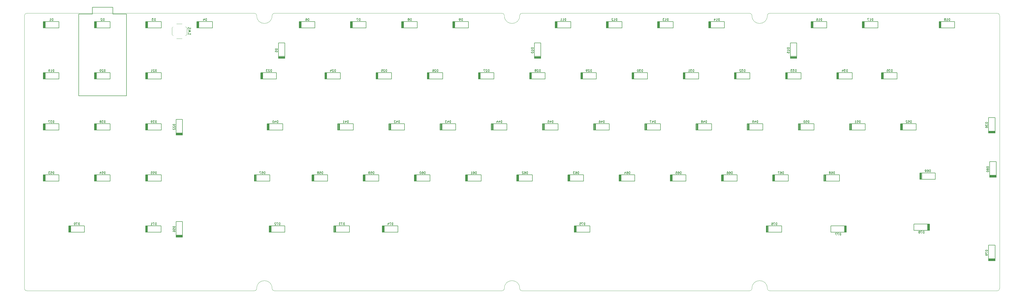
<source format=gbr>
%TF.GenerationSoftware,KiCad,Pcbnew,5.1.10-88a1d61d58~88~ubuntu21.04.1*%
%TF.CreationDate,2021-06-04T00:00:19+02:00*%
%TF.ProjectId,southpawpcb,736f7574-6870-4617-9770-63622e6b6963,rev?*%
%TF.SameCoordinates,Original*%
%TF.FileFunction,Legend,Bot*%
%TF.FilePolarity,Positive*%
%FSLAX46Y46*%
G04 Gerber Fmt 4.6, Leading zero omitted, Abs format (unit mm)*
G04 Created by KiCad (PCBNEW 5.1.10-88a1d61d58~88~ubuntu21.04.1) date 2021-06-04 00:00:19*
%MOMM*%
%LPD*%
G01*
G04 APERTURE LIST*
%TA.AperFunction,Profile*%
%ADD10C,0.050000*%
%TD*%
%ADD11C,0.200000*%
%ADD12C,0.150000*%
%ADD13C,0.120000*%
G04 APERTURE END LIST*
D10*
X207042500Y-195818250D02*
G75*
G02*
X206092500Y-196768250I-950000J0D01*
G01*
X298242500Y-93218250D02*
G75*
G02*
X299192500Y-94168250I0J-950000D01*
G01*
X28442500Y-94168250D02*
X28442500Y-194868250D01*
X206092500Y-196768250D02*
X121542500Y-196768250D01*
X298242500Y-196768250D02*
X213692500Y-196768250D01*
X206092500Y-93218250D02*
G75*
G02*
X207042500Y-94168250I0J-950000D01*
G01*
X30342500Y-93218250D02*
X113942500Y-93218250D01*
X213692500Y-196768250D02*
G75*
G02*
X212742500Y-195818250I0J950000D01*
G01*
X121542500Y-196768250D02*
G75*
G02*
X120592500Y-195818250I0J950000D01*
G01*
X120592500Y-94168250D02*
G75*
G02*
X121542500Y-93218250I950000J0D01*
G01*
X390392500Y-93218250D02*
G75*
G02*
X391342500Y-94168250I0J-950000D01*
G01*
X121542500Y-93218250D02*
X206092500Y-93218250D01*
X212742500Y-94168250D02*
G75*
G02*
X213692500Y-93218250I950000J0D01*
G01*
X29392500Y-196768250D02*
G75*
G02*
X28442500Y-195818250I0J950000D01*
G01*
X28442500Y-94168250D02*
G75*
G02*
X29392500Y-93218250I950000J0D01*
G01*
X213692500Y-93218250D02*
X298242500Y-93218250D01*
X207042500Y-195818250D02*
G75*
G02*
X212742500Y-195818250I2850000J0D01*
G01*
X114892500Y-195818250D02*
G75*
G02*
X120592500Y-195818250I2850000J0D01*
G01*
X299192500Y-195818250D02*
G75*
G02*
X298242500Y-196768250I-950000J0D01*
G01*
X113942500Y-196768250D02*
X29392500Y-196768250D01*
X113942500Y-93218250D02*
G75*
G02*
X114892500Y-94168250I0J-950000D01*
G01*
X114892500Y-195818250D02*
G75*
G02*
X113942500Y-196768250I-950000J0D01*
G01*
X304892500Y-94168250D02*
G75*
G02*
X299192500Y-94168250I-2850000J0D01*
G01*
X305842500Y-93218250D02*
X390392500Y-93218250D01*
X120592500Y-94168250D02*
G75*
G02*
X114892500Y-94168250I-2850000J0D01*
G01*
X305842500Y-196768250D02*
X390392500Y-196768250D01*
X299192500Y-195818250D02*
G75*
G02*
X304892500Y-195818250I2850000J0D01*
G01*
X305842500Y-196768250D02*
G75*
G02*
X304892500Y-195818250I0J950000D01*
G01*
X391342500Y-195818250D02*
X391342500Y-94168250D01*
X30342500Y-93218250D02*
X29392500Y-93218250D01*
X391342500Y-195818250D02*
G75*
G02*
X390392500Y-196768250I-950000J0D01*
G01*
X304892500Y-94168250D02*
G75*
G02*
X305842500Y-93218250I950000J0D01*
G01*
X212742500Y-94168250D02*
G75*
G02*
X207042500Y-94168250I-2850000J0D01*
G01*
X28442500Y-194868250D02*
X28442500Y-195818250D01*
D11*
X390074000Y-153659000D02*
X387674000Y-153659000D01*
X390074000Y-153834000D02*
X387674000Y-153834000D01*
X390074000Y-154009000D02*
X387674000Y-154009000D01*
X387674000Y-154409000D02*
X390074000Y-154409000D01*
X390074000Y-154184000D02*
X387674000Y-154184000D01*
X390074000Y-154309000D02*
X387674000Y-154309000D01*
X390074000Y-154384000D02*
X390074000Y-148584000D01*
X390074000Y-148584000D02*
X387674000Y-148584000D01*
X387674000Y-148584000D02*
X387674000Y-154384000D01*
D12*
X48677500Y-123989400D02*
X66457500Y-123989400D01*
X48677500Y-93509400D02*
X48677500Y-123989400D01*
X53757500Y-93509400D02*
X48677500Y-93509400D01*
X53757500Y-90969400D02*
X53757500Y-93509400D01*
X61377500Y-90969400D02*
X53757500Y-90969400D01*
X61377500Y-93509400D02*
X61377500Y-90969400D01*
X66457500Y-93509400D02*
X61377500Y-93509400D01*
X66457500Y-93509400D02*
X66457500Y-123989400D01*
D11*
X155561000Y-96312000D02*
X149761000Y-96312000D01*
X155561000Y-98712000D02*
X155561000Y-96312000D01*
X149761000Y-98712000D02*
X155561000Y-98712000D01*
X149836000Y-98712000D02*
X149836000Y-96312000D01*
X149961000Y-98712000D02*
X149961000Y-96312000D01*
X149736000Y-96312000D02*
X149736000Y-98712000D01*
X150136000Y-98712000D02*
X150136000Y-96312000D01*
X150311000Y-98712000D02*
X150311000Y-96312000D01*
X150486000Y-98712000D02*
X150486000Y-96312000D01*
X279073000Y-136812000D02*
X279073000Y-134412000D01*
X278898000Y-136812000D02*
X278898000Y-134412000D01*
X278723000Y-136812000D02*
X278723000Y-134412000D01*
X278323000Y-134412000D02*
X278323000Y-136812000D01*
X278548000Y-136812000D02*
X278548000Y-134412000D01*
X278423000Y-136812000D02*
X278423000Y-134412000D01*
X278348000Y-136812000D02*
X284148000Y-136812000D01*
X284148000Y-136812000D02*
X284148000Y-134412000D01*
X284148000Y-134412000D02*
X278348000Y-134412000D01*
X120280000Y-174912000D02*
X120280000Y-172512000D01*
X120105000Y-174912000D02*
X120105000Y-172512000D01*
X119930000Y-174912000D02*
X119930000Y-172512000D01*
X119530000Y-172512000D02*
X119530000Y-174912000D01*
X119755000Y-174912000D02*
X119755000Y-172512000D01*
X119630000Y-174912000D02*
X119630000Y-172512000D01*
X119555000Y-174912000D02*
X125355000Y-174912000D01*
X125355000Y-174912000D02*
X125355000Y-172512000D01*
X125355000Y-172512000D02*
X119555000Y-172512000D01*
X79361200Y-134412000D02*
X73561200Y-134412000D01*
X79361200Y-136812000D02*
X79361200Y-134412000D01*
X73561200Y-136812000D02*
X79361200Y-136812000D01*
X73636200Y-136812000D02*
X73636200Y-134412000D01*
X73761200Y-136812000D02*
X73761200Y-134412000D01*
X73536200Y-134412000D02*
X73536200Y-136812000D01*
X73936200Y-136812000D02*
X73936200Y-134412000D01*
X74111200Y-136812000D02*
X74111200Y-134412000D01*
X74286200Y-136812000D02*
X74286200Y-134412000D01*
X55236200Y-98712000D02*
X55236200Y-96312000D01*
X55061200Y-98712000D02*
X55061200Y-96312000D01*
X54886200Y-98712000D02*
X54886200Y-96312000D01*
X54486200Y-96312000D02*
X54486200Y-98712000D01*
X54711200Y-98712000D02*
X54711200Y-96312000D01*
X54586200Y-98712000D02*
X54586200Y-96312000D01*
X54511200Y-98712000D02*
X60311200Y-98712000D01*
X60311200Y-98712000D02*
X60311200Y-96312000D01*
X60311200Y-96312000D02*
X54511200Y-96312000D01*
X317173000Y-136812000D02*
X317173000Y-134412000D01*
X316998000Y-136812000D02*
X316998000Y-134412000D01*
X316823000Y-136812000D02*
X316823000Y-134412000D01*
X316423000Y-134412000D02*
X316423000Y-136812000D01*
X316648000Y-136812000D02*
X316648000Y-134412000D01*
X316523000Y-136812000D02*
X316523000Y-134412000D01*
X316448000Y-136812000D02*
X322248000Y-136812000D01*
X322248000Y-136812000D02*
X322248000Y-134412000D01*
X322248000Y-134412000D02*
X316448000Y-134412000D01*
X79361200Y-115362000D02*
X73561200Y-115362000D01*
X79361200Y-117762000D02*
X79361200Y-115362000D01*
X73561200Y-117762000D02*
X79361200Y-117762000D01*
X73636200Y-117762000D02*
X73636200Y-115362000D01*
X73761200Y-117762000D02*
X73761200Y-115362000D01*
X73536200Y-115362000D02*
X73536200Y-117762000D01*
X73936200Y-117762000D02*
X73936200Y-115362000D01*
X74111200Y-117762000D02*
X74111200Y-115362000D01*
X74286200Y-117762000D02*
X74286200Y-115362000D01*
X36186200Y-155862000D02*
X36186200Y-153462000D01*
X36011200Y-155862000D02*
X36011200Y-153462000D01*
X35836200Y-155862000D02*
X35836200Y-153462000D01*
X35436200Y-153462000D02*
X35436200Y-155862000D01*
X35661200Y-155862000D02*
X35661200Y-153462000D01*
X35536200Y-155862000D02*
X35536200Y-153462000D01*
X35461200Y-155862000D02*
X41261200Y-155862000D01*
X41261200Y-155862000D02*
X41261200Y-153462000D01*
X41261200Y-153462000D02*
X35461200Y-153462000D01*
X179061000Y-117762000D02*
X179061000Y-115362000D01*
X178886000Y-117762000D02*
X178886000Y-115362000D01*
X178711000Y-117762000D02*
X178711000Y-115362000D01*
X178311000Y-115362000D02*
X178311000Y-117762000D01*
X178536000Y-117762000D02*
X178536000Y-115362000D01*
X178411000Y-117762000D02*
X178411000Y-115362000D01*
X178336000Y-117762000D02*
X184136000Y-117762000D01*
X184136000Y-117762000D02*
X184136000Y-115362000D01*
X184136000Y-115362000D02*
X178336000Y-115362000D01*
X179374000Y-153462000D02*
X173574000Y-153462000D01*
X179374000Y-155862000D02*
X179374000Y-153462000D01*
X173574000Y-155862000D02*
X179374000Y-155862000D01*
X173649000Y-155862000D02*
X173649000Y-153462000D01*
X173774000Y-155862000D02*
X173774000Y-153462000D01*
X173549000Y-153462000D02*
X173549000Y-155862000D01*
X173949000Y-155862000D02*
X173949000Y-153462000D01*
X174124000Y-155862000D02*
X174124000Y-153462000D01*
X174299000Y-155862000D02*
X174299000Y-153462000D01*
X164773000Y-136812000D02*
X164773000Y-134412000D01*
X164598000Y-136812000D02*
X164598000Y-134412000D01*
X164423000Y-136812000D02*
X164423000Y-134412000D01*
X164023000Y-134412000D02*
X164023000Y-136812000D01*
X164248000Y-136812000D02*
X164248000Y-134412000D01*
X164123000Y-136812000D02*
X164123000Y-134412000D01*
X164048000Y-136812000D02*
X169848000Y-136812000D01*
X169848000Y-136812000D02*
X169848000Y-134412000D01*
X169848000Y-134412000D02*
X164048000Y-134412000D01*
X93336200Y-98712000D02*
X93336200Y-96312000D01*
X93161200Y-98712000D02*
X93161200Y-96312000D01*
X92986200Y-98712000D02*
X92986200Y-96312000D01*
X92586200Y-96312000D02*
X92586200Y-98712000D01*
X92811200Y-98712000D02*
X92811200Y-96312000D01*
X92686200Y-98712000D02*
X92686200Y-96312000D01*
X92611200Y-98712000D02*
X98411200Y-98712000D01*
X98411200Y-98712000D02*
X98411200Y-96312000D01*
X98411200Y-96312000D02*
X92611200Y-96312000D01*
X79361200Y-96312000D02*
X73561200Y-96312000D01*
X79361200Y-98712000D02*
X79361200Y-96312000D01*
X73561200Y-98712000D02*
X79361200Y-98712000D01*
X73636200Y-98712000D02*
X73636200Y-96312000D01*
X73761200Y-98712000D02*
X73761200Y-96312000D01*
X73536200Y-96312000D02*
X73536200Y-98712000D01*
X73936200Y-98712000D02*
X73936200Y-96312000D01*
X74111200Y-98712000D02*
X74111200Y-96312000D01*
X74286200Y-98712000D02*
X74286200Y-96312000D01*
X165086000Y-115362000D02*
X159286000Y-115362000D01*
X165086000Y-117762000D02*
X165086000Y-115362000D01*
X159286000Y-117762000D02*
X165086000Y-117762000D01*
X159361000Y-117762000D02*
X159361000Y-115362000D01*
X159486000Y-117762000D02*
X159486000Y-115362000D01*
X159261000Y-115362000D02*
X159261000Y-117762000D01*
X159661000Y-117762000D02*
X159661000Y-115362000D01*
X159836000Y-117762000D02*
X159836000Y-115362000D01*
X160011000Y-117762000D02*
X160011000Y-115362000D01*
X74242500Y-174912000D02*
X74242500Y-172512000D01*
X74067500Y-174912000D02*
X74067500Y-172512000D01*
X73892500Y-174912000D02*
X73892500Y-172512000D01*
X73492500Y-172512000D02*
X73492500Y-174912000D01*
X73717500Y-174912000D02*
X73717500Y-172512000D01*
X73592500Y-174912000D02*
X73592500Y-172512000D01*
X73517500Y-174912000D02*
X79317500Y-174912000D01*
X79317500Y-174912000D02*
X79317500Y-172512000D01*
X79317500Y-172512000D02*
X73517500Y-172512000D01*
X364542000Y-171805800D02*
X364542000Y-174205800D01*
X364717000Y-171805800D02*
X364717000Y-174205800D01*
X364892000Y-171805800D02*
X364892000Y-174205800D01*
X365292000Y-174205800D02*
X365292000Y-171805800D01*
X365067000Y-171805800D02*
X365067000Y-174205800D01*
X365192000Y-171805800D02*
X365192000Y-174205800D01*
X365267000Y-171805800D02*
X359467000Y-171805800D01*
X359467000Y-171805800D02*
X359467000Y-174205800D01*
X359467000Y-174205800D02*
X365267000Y-174205800D01*
X333586000Y-172512000D02*
X333586000Y-174912000D01*
X333761000Y-172512000D02*
X333761000Y-174912000D01*
X333936000Y-172512000D02*
X333936000Y-174912000D01*
X334336000Y-174912000D02*
X334336000Y-172512000D01*
X334111000Y-172512000D02*
X334111000Y-174912000D01*
X334236000Y-172512000D02*
X334236000Y-174912000D01*
X334311000Y-172512000D02*
X328511000Y-172512000D01*
X328511000Y-172512000D02*
X328511000Y-174912000D01*
X328511000Y-174912000D02*
X334311000Y-174912000D01*
X226998000Y-134412000D02*
X221198000Y-134412000D01*
X226998000Y-136812000D02*
X226998000Y-134412000D01*
X221198000Y-136812000D02*
X226998000Y-136812000D01*
X221273000Y-136812000D02*
X221273000Y-134412000D01*
X221398000Y-136812000D02*
X221398000Y-134412000D01*
X221173000Y-134412000D02*
X221173000Y-136812000D01*
X221573000Y-136812000D02*
X221573000Y-134412000D01*
X221748000Y-136812000D02*
X221748000Y-134412000D01*
X221923000Y-136812000D02*
X221923000Y-134412000D01*
X321936000Y-98712000D02*
X321936000Y-96312000D01*
X321761000Y-98712000D02*
X321761000Y-96312000D01*
X321586000Y-98712000D02*
X321586000Y-96312000D01*
X321186000Y-96312000D02*
X321186000Y-98712000D01*
X321411000Y-98712000D02*
X321411000Y-96312000D01*
X321286000Y-98712000D02*
X321286000Y-96312000D01*
X321211000Y-98712000D02*
X327011000Y-98712000D01*
X327011000Y-98712000D02*
X327011000Y-96312000D01*
X327011000Y-96312000D02*
X321211000Y-96312000D01*
X87286200Y-137887000D02*
X84886200Y-137887000D01*
X87286200Y-138062000D02*
X84886200Y-138062000D01*
X87286200Y-138237000D02*
X84886200Y-138237000D01*
X84886200Y-138637000D02*
X87286200Y-138637000D01*
X87286200Y-138412000D02*
X84886200Y-138412000D01*
X87286200Y-138537000D02*
X84886200Y-138537000D01*
X87286200Y-138612000D02*
X87286200Y-132812000D01*
X87286200Y-132812000D02*
X84886200Y-132812000D01*
X84886200Y-132812000D02*
X84886200Y-138612000D01*
X220636000Y-109312000D02*
X218236000Y-109312000D01*
X220636000Y-109487000D02*
X218236000Y-109487000D01*
X220636000Y-109662000D02*
X218236000Y-109662000D01*
X218236000Y-110062000D02*
X220636000Y-110062000D01*
X220636000Y-109837000D02*
X218236000Y-109837000D01*
X220636000Y-109962000D02*
X218236000Y-109962000D01*
X220636000Y-110037000D02*
X220636000Y-104237000D01*
X220636000Y-104237000D02*
X218236000Y-104237000D01*
X218236000Y-104237000D02*
X218236000Y-110037000D01*
X60311200Y-153462000D02*
X54511200Y-153462000D01*
X60311200Y-155862000D02*
X60311200Y-153462000D01*
X54511200Y-155862000D02*
X60311200Y-155862000D01*
X54586200Y-155862000D02*
X54586200Y-153462000D01*
X54711200Y-155862000D02*
X54711200Y-153462000D01*
X54486200Y-153462000D02*
X54486200Y-155862000D01*
X54886200Y-155862000D02*
X54886200Y-153462000D01*
X55061200Y-155862000D02*
X55061200Y-153462000D01*
X55236200Y-155862000D02*
X55236200Y-153462000D01*
X41261200Y-115362000D02*
X35461200Y-115362000D01*
X41261200Y-117762000D02*
X41261200Y-115362000D01*
X35461200Y-117762000D02*
X41261200Y-117762000D01*
X35536200Y-117762000D02*
X35536200Y-115362000D01*
X35661200Y-117762000D02*
X35661200Y-115362000D01*
X35436200Y-115362000D02*
X35436200Y-117762000D01*
X35836200Y-117762000D02*
X35836200Y-115362000D01*
X36011200Y-117762000D02*
X36011200Y-115362000D01*
X36186200Y-117762000D02*
X36186200Y-115362000D01*
X119799000Y-153462000D02*
X113999000Y-153462000D01*
X119799000Y-155862000D02*
X119799000Y-153462000D01*
X113999000Y-155862000D02*
X119799000Y-155862000D01*
X114074000Y-155862000D02*
X114074000Y-153462000D01*
X114199000Y-155862000D02*
X114199000Y-153462000D01*
X113974000Y-153462000D02*
X113974000Y-155862000D01*
X114374000Y-155862000D02*
X114374000Y-153462000D01*
X114549000Y-155862000D02*
X114549000Y-153462000D01*
X114724000Y-155862000D02*
X114724000Y-153462000D01*
X265098000Y-134412000D02*
X259298000Y-134412000D01*
X265098000Y-136812000D02*
X265098000Y-134412000D01*
X259298000Y-136812000D02*
X265098000Y-136812000D01*
X259373000Y-136812000D02*
X259373000Y-134412000D01*
X259498000Y-136812000D02*
X259498000Y-134412000D01*
X259273000Y-134412000D02*
X259273000Y-136812000D01*
X259673000Y-136812000D02*
X259673000Y-134412000D01*
X259848000Y-136812000D02*
X259848000Y-134412000D01*
X260023000Y-136812000D02*
X260023000Y-134412000D01*
X313486000Y-104237000D02*
X313486000Y-110037000D01*
X315886000Y-104237000D02*
X313486000Y-104237000D01*
X315886000Y-110037000D02*
X315886000Y-104237000D01*
X315886000Y-109962000D02*
X313486000Y-109962000D01*
X315886000Y-109837000D02*
X313486000Y-109837000D01*
X313486000Y-110062000D02*
X315886000Y-110062000D01*
X315886000Y-109662000D02*
X313486000Y-109662000D01*
X315886000Y-109487000D02*
X313486000Y-109487000D01*
X315886000Y-109312000D02*
X313486000Y-109312000D01*
X307649000Y-155862000D02*
X307649000Y-153462000D01*
X307474000Y-155862000D02*
X307474000Y-153462000D01*
X307299000Y-155862000D02*
X307299000Y-153462000D01*
X306899000Y-153462000D02*
X306899000Y-155862000D01*
X307124000Y-155862000D02*
X307124000Y-153462000D01*
X306999000Y-155862000D02*
X306999000Y-153462000D01*
X306924000Y-155862000D02*
X312724000Y-155862000D01*
X312724000Y-155862000D02*
X312724000Y-153462000D01*
X312724000Y-153462000D02*
X306924000Y-153462000D01*
X389661000Y-137180800D02*
X387261000Y-137180800D01*
X389661000Y-137355800D02*
X387261000Y-137355800D01*
X389661000Y-137530800D02*
X387261000Y-137530800D01*
X387261000Y-137930800D02*
X389661000Y-137930800D01*
X389661000Y-137705800D02*
X387261000Y-137705800D01*
X389661000Y-137830800D02*
X387261000Y-137830800D01*
X389661000Y-137905800D02*
X389661000Y-132105800D01*
X389661000Y-132105800D02*
X387261000Y-132105800D01*
X387261000Y-132105800D02*
X387261000Y-137905800D01*
X217474000Y-153462000D02*
X211674000Y-153462000D01*
X217474000Y-155862000D02*
X217474000Y-153462000D01*
X211674000Y-155862000D02*
X217474000Y-155862000D01*
X211749000Y-155862000D02*
X211749000Y-153462000D01*
X211874000Y-155862000D02*
X211874000Y-153462000D01*
X211649000Y-153462000D02*
X211649000Y-155862000D01*
X212049000Y-155862000D02*
X212049000Y-153462000D01*
X212224000Y-155862000D02*
X212224000Y-153462000D01*
X212399000Y-155862000D02*
X212399000Y-153462000D01*
X198424000Y-153462000D02*
X192624000Y-153462000D01*
X198424000Y-155862000D02*
X198424000Y-153462000D01*
X192624000Y-155862000D02*
X198424000Y-155862000D01*
X192699000Y-155862000D02*
X192699000Y-153462000D01*
X192824000Y-155862000D02*
X192824000Y-153462000D01*
X192599000Y-153462000D02*
X192599000Y-155862000D01*
X192999000Y-155862000D02*
X192999000Y-153462000D01*
X193174000Y-155862000D02*
X193174000Y-153462000D01*
X193349000Y-155862000D02*
X193349000Y-153462000D01*
X355230000Y-136812000D02*
X355230000Y-134412000D01*
X355055000Y-136812000D02*
X355055000Y-134412000D01*
X354880000Y-136812000D02*
X354880000Y-134412000D01*
X354480000Y-134412000D02*
X354480000Y-136812000D01*
X354705000Y-136812000D02*
X354705000Y-134412000D01*
X354580000Y-136812000D02*
X354580000Y-134412000D01*
X354505000Y-136812000D02*
X360305000Y-136812000D01*
X360305000Y-136812000D02*
X360305000Y-134412000D01*
X360305000Y-134412000D02*
X354505000Y-134412000D01*
X41261200Y-134412000D02*
X35461200Y-134412000D01*
X41261200Y-136812000D02*
X41261200Y-134412000D01*
X35461200Y-136812000D02*
X41261200Y-136812000D01*
X35536200Y-136812000D02*
X35536200Y-134412000D01*
X35661200Y-136812000D02*
X35661200Y-134412000D01*
X35436200Y-134412000D02*
X35436200Y-136812000D01*
X35836200Y-136812000D02*
X35836200Y-134412000D01*
X36011200Y-136812000D02*
X36011200Y-134412000D01*
X36186200Y-136812000D02*
X36186200Y-134412000D01*
X274624000Y-153462000D02*
X268824000Y-153462000D01*
X274624000Y-155862000D02*
X274624000Y-153462000D01*
X268824000Y-155862000D02*
X274624000Y-155862000D01*
X268899000Y-155862000D02*
X268899000Y-153462000D01*
X269024000Y-155862000D02*
X269024000Y-153462000D01*
X268799000Y-153462000D02*
X268799000Y-155862000D01*
X269199000Y-155862000D02*
X269199000Y-153462000D01*
X269374000Y-155862000D02*
X269374000Y-153462000D01*
X269549000Y-155862000D02*
X269549000Y-153462000D01*
X288911000Y-96312000D02*
X283111000Y-96312000D01*
X288911000Y-98712000D02*
X288911000Y-96312000D01*
X283111000Y-98712000D02*
X288911000Y-98712000D01*
X283186000Y-98712000D02*
X283186000Y-96312000D01*
X283311000Y-98712000D02*
X283311000Y-96312000D01*
X283086000Y-96312000D02*
X283086000Y-98712000D01*
X283486000Y-98712000D02*
X283486000Y-96312000D01*
X283661000Y-98712000D02*
X283661000Y-96312000D01*
X283836000Y-98712000D02*
X283836000Y-96312000D01*
X331730000Y-153462000D02*
X325930000Y-153462000D01*
X331730000Y-155862000D02*
X331730000Y-153462000D01*
X325930000Y-155862000D02*
X331730000Y-155862000D01*
X326005000Y-155862000D02*
X326005000Y-153462000D01*
X326130000Y-155862000D02*
X326130000Y-153462000D01*
X325905000Y-153462000D02*
X325905000Y-155862000D01*
X326305000Y-155862000D02*
X326305000Y-153462000D01*
X326480000Y-155862000D02*
X326480000Y-153462000D01*
X326655000Y-155862000D02*
X326655000Y-153462000D01*
X369561000Y-98712000D02*
X369561000Y-96312000D01*
X369386000Y-98712000D02*
X369386000Y-96312000D01*
X369211000Y-98712000D02*
X369211000Y-96312000D01*
X368811000Y-96312000D02*
X368811000Y-98712000D01*
X369036000Y-98712000D02*
X369036000Y-96312000D01*
X368911000Y-98712000D02*
X368911000Y-96312000D01*
X368836000Y-98712000D02*
X374636000Y-98712000D01*
X374636000Y-98712000D02*
X374636000Y-96312000D01*
X374636000Y-96312000D02*
X368836000Y-96312000D01*
X55236200Y-136812000D02*
X55236200Y-134412000D01*
X55061200Y-136812000D02*
X55061200Y-134412000D01*
X54886200Y-136812000D02*
X54886200Y-134412000D01*
X54486200Y-134412000D02*
X54486200Y-136812000D01*
X54711200Y-136812000D02*
X54711200Y-134412000D01*
X54586200Y-136812000D02*
X54586200Y-134412000D01*
X54511200Y-136812000D02*
X60311200Y-136812000D01*
X60311200Y-136812000D02*
X60311200Y-134412000D01*
X60311200Y-134412000D02*
X54511200Y-134412000D01*
X245736000Y-98712000D02*
X245736000Y-96312000D01*
X245561000Y-98712000D02*
X245561000Y-96312000D01*
X245386000Y-98712000D02*
X245386000Y-96312000D01*
X244986000Y-96312000D02*
X244986000Y-98712000D01*
X245211000Y-98712000D02*
X245211000Y-96312000D01*
X245086000Y-98712000D02*
X245086000Y-96312000D01*
X245011000Y-98712000D02*
X250811000Y-98712000D01*
X250811000Y-98712000D02*
X250811000Y-96312000D01*
X250811000Y-96312000D02*
X245011000Y-96312000D01*
X136199000Y-155862000D02*
X136199000Y-153462000D01*
X136024000Y-155862000D02*
X136024000Y-153462000D01*
X135849000Y-155862000D02*
X135849000Y-153462000D01*
X135449000Y-153462000D02*
X135449000Y-155862000D01*
X135674000Y-155862000D02*
X135674000Y-153462000D01*
X135549000Y-155862000D02*
X135549000Y-153462000D01*
X135474000Y-155862000D02*
X141274000Y-155862000D01*
X141274000Y-155862000D02*
X141274000Y-153462000D01*
X141274000Y-153462000D02*
X135474000Y-153462000D01*
X331461000Y-117762000D02*
X331461000Y-115362000D01*
X331286000Y-117762000D02*
X331286000Y-115362000D01*
X331111000Y-117762000D02*
X331111000Y-115362000D01*
X330711000Y-115362000D02*
X330711000Y-117762000D01*
X330936000Y-117762000D02*
X330936000Y-115362000D01*
X330811000Y-117762000D02*
X330811000Y-115362000D01*
X330736000Y-117762000D02*
X336536000Y-117762000D01*
X336536000Y-117762000D02*
X336536000Y-115362000D01*
X336536000Y-115362000D02*
X330736000Y-115362000D01*
X55236200Y-117762000D02*
X55236200Y-115362000D01*
X55061200Y-117762000D02*
X55061200Y-115362000D01*
X54886200Y-117762000D02*
X54886200Y-115362000D01*
X54486200Y-115362000D02*
X54486200Y-117762000D01*
X54711200Y-117762000D02*
X54711200Y-115362000D01*
X54586200Y-117762000D02*
X54586200Y-115362000D01*
X54511200Y-117762000D02*
X60311200Y-117762000D01*
X60311200Y-117762000D02*
X60311200Y-115362000D01*
X60311200Y-115362000D02*
X54511200Y-115362000D01*
X367449000Y-152755800D02*
X361649000Y-152755800D01*
X367449000Y-155155800D02*
X367449000Y-152755800D01*
X361649000Y-155155800D02*
X367449000Y-155155800D01*
X361724000Y-155155800D02*
X361724000Y-152755800D01*
X361849000Y-155155800D02*
X361849000Y-152755800D01*
X361624000Y-152755800D02*
X361624000Y-155155800D01*
X362024000Y-155155800D02*
X362024000Y-152755800D01*
X362199000Y-155155800D02*
X362199000Y-152755800D01*
X362374000Y-155155800D02*
X362374000Y-152755800D01*
D13*
X88836200Y-101143200D02*
X88836200Y-98643200D01*
X87086200Y-102643200D02*
X85086200Y-102643200D01*
X83336200Y-101143200D02*
X83336200Y-98643200D01*
X87086200Y-97143200D02*
X85086200Y-97143200D01*
X88386200Y-101593200D02*
X88836200Y-101143200D01*
X88386200Y-98193200D02*
X88836200Y-98643200D01*
X83786200Y-98193200D02*
X83336200Y-98643200D01*
X83786200Y-101593200D02*
X83336200Y-101143200D01*
D11*
X119530000Y-136812000D02*
X119530000Y-134412000D01*
X119355000Y-136812000D02*
X119355000Y-134412000D01*
X119180000Y-136812000D02*
X119180000Y-134412000D01*
X118780000Y-134412000D02*
X118780000Y-136812000D01*
X119005000Y-136812000D02*
X119005000Y-134412000D01*
X118880000Y-136812000D02*
X118880000Y-134412000D01*
X118805000Y-136812000D02*
X124605000Y-136812000D01*
X124605000Y-136812000D02*
X124605000Y-134412000D01*
X124605000Y-134412000D02*
X118805000Y-134412000D01*
X87286200Y-175987000D02*
X84886200Y-175987000D01*
X87286200Y-176162000D02*
X84886200Y-176162000D01*
X87286200Y-176337000D02*
X84886200Y-176337000D01*
X84886200Y-176737000D02*
X87286200Y-176737000D01*
X87286200Y-176512000D02*
X84886200Y-176512000D01*
X87286200Y-176637000D02*
X84886200Y-176637000D01*
X87286200Y-176712000D02*
X87286200Y-170912000D01*
X87286200Y-170912000D02*
X84886200Y-170912000D01*
X84886200Y-170912000D02*
X84886200Y-176712000D01*
X122224000Y-115362000D02*
X116424000Y-115362000D01*
X122224000Y-117762000D02*
X122224000Y-115362000D01*
X116424000Y-117762000D02*
X122224000Y-117762000D01*
X116499000Y-117762000D02*
X116499000Y-115362000D01*
X116624000Y-117762000D02*
X116624000Y-115362000D01*
X116399000Y-115362000D02*
X116399000Y-117762000D01*
X116799000Y-117762000D02*
X116799000Y-115362000D01*
X116974000Y-117762000D02*
X116974000Y-115362000D01*
X117149000Y-117762000D02*
X117149000Y-115362000D01*
X346061000Y-96312000D02*
X340261000Y-96312000D01*
X346061000Y-98712000D02*
X346061000Y-96312000D01*
X340261000Y-98712000D02*
X346061000Y-98712000D01*
X340336000Y-98712000D02*
X340336000Y-96312000D01*
X340461000Y-98712000D02*
X340461000Y-96312000D01*
X340236000Y-96312000D02*
X340236000Y-98712000D01*
X340636000Y-98712000D02*
X340636000Y-96312000D01*
X340811000Y-98712000D02*
X340811000Y-96312000D01*
X340986000Y-98712000D02*
X340986000Y-96312000D01*
X293361000Y-117762000D02*
X293361000Y-115362000D01*
X293186000Y-117762000D02*
X293186000Y-115362000D01*
X293011000Y-117762000D02*
X293011000Y-115362000D01*
X292611000Y-115362000D02*
X292611000Y-117762000D01*
X292836000Y-117762000D02*
X292836000Y-115362000D01*
X292711000Y-117762000D02*
X292711000Y-115362000D01*
X292636000Y-117762000D02*
X298436000Y-117762000D01*
X298436000Y-117762000D02*
X298436000Y-115362000D01*
X298436000Y-115362000D02*
X292636000Y-115362000D01*
X279386000Y-115362000D02*
X273586000Y-115362000D01*
X279386000Y-117762000D02*
X279386000Y-115362000D01*
X273586000Y-117762000D02*
X279386000Y-117762000D01*
X273661000Y-117762000D02*
X273661000Y-115362000D01*
X273786000Y-117762000D02*
X273786000Y-115362000D01*
X273561000Y-115362000D02*
X273561000Y-117762000D01*
X273961000Y-117762000D02*
X273961000Y-115362000D01*
X274136000Y-117762000D02*
X274136000Y-115362000D01*
X274311000Y-117762000D02*
X274311000Y-115362000D01*
X193661000Y-96312000D02*
X187861000Y-96312000D01*
X193661000Y-98712000D02*
X193661000Y-96312000D01*
X187861000Y-98712000D02*
X193661000Y-98712000D01*
X187936000Y-98712000D02*
X187936000Y-96312000D01*
X188061000Y-98712000D02*
X188061000Y-96312000D01*
X187836000Y-96312000D02*
X187836000Y-98712000D01*
X188236000Y-98712000D02*
X188236000Y-96312000D01*
X188411000Y-98712000D02*
X188411000Y-96312000D01*
X188586000Y-98712000D02*
X188586000Y-96312000D01*
X250499000Y-155862000D02*
X250499000Y-153462000D01*
X250324000Y-155862000D02*
X250324000Y-153462000D01*
X250149000Y-155862000D02*
X250149000Y-153462000D01*
X249749000Y-153462000D02*
X249749000Y-155862000D01*
X249974000Y-155862000D02*
X249974000Y-153462000D01*
X249849000Y-155862000D02*
X249849000Y-153462000D01*
X249774000Y-155862000D02*
X255574000Y-155862000D01*
X255574000Y-155862000D02*
X255574000Y-153462000D01*
X255574000Y-153462000D02*
X249774000Y-153462000D01*
X162349000Y-174912000D02*
X162349000Y-172512000D01*
X162174000Y-174912000D02*
X162174000Y-172512000D01*
X161999000Y-174912000D02*
X161999000Y-172512000D01*
X161599000Y-172512000D02*
X161599000Y-174912000D01*
X161824000Y-174912000D02*
X161824000Y-172512000D01*
X161699000Y-174912000D02*
X161699000Y-172512000D01*
X161624000Y-174912000D02*
X167424000Y-174912000D01*
X167424000Y-174912000D02*
X167424000Y-172512000D01*
X167424000Y-172512000D02*
X161624000Y-172512000D01*
X305224000Y-174912000D02*
X305224000Y-172512000D01*
X305049000Y-174912000D02*
X305049000Y-172512000D01*
X304874000Y-174912000D02*
X304874000Y-172512000D01*
X304474000Y-172512000D02*
X304474000Y-174912000D01*
X304699000Y-174912000D02*
X304699000Y-172512000D01*
X304574000Y-174912000D02*
X304574000Y-172512000D01*
X304499000Y-174912000D02*
X310299000Y-174912000D01*
X310299000Y-174912000D02*
X310299000Y-172512000D01*
X310299000Y-172512000D02*
X304499000Y-172512000D01*
X303198000Y-134412000D02*
X297398000Y-134412000D01*
X303198000Y-136812000D02*
X303198000Y-134412000D01*
X297398000Y-136812000D02*
X303198000Y-136812000D01*
X297473000Y-136812000D02*
X297473000Y-134412000D01*
X297598000Y-136812000D02*
X297598000Y-134412000D01*
X297373000Y-134412000D02*
X297373000Y-136812000D01*
X297773000Y-136812000D02*
X297773000Y-134412000D01*
X297948000Y-136812000D02*
X297948000Y-134412000D01*
X298123000Y-136812000D02*
X298123000Y-134412000D01*
X50742500Y-172512000D02*
X44942500Y-172512000D01*
X50742500Y-174912000D02*
X50742500Y-172512000D01*
X44942500Y-174912000D02*
X50742500Y-174912000D01*
X45017500Y-174912000D02*
X45017500Y-172512000D01*
X45142500Y-174912000D02*
X45142500Y-172512000D01*
X44917500Y-172512000D02*
X44917500Y-174912000D01*
X45317500Y-174912000D02*
X45317500Y-172512000D01*
X45492500Y-174912000D02*
X45492500Y-172512000D01*
X45667500Y-174912000D02*
X45667500Y-172512000D01*
X233786000Y-174912000D02*
X233786000Y-172512000D01*
X233611000Y-174912000D02*
X233611000Y-172512000D01*
X233436000Y-174912000D02*
X233436000Y-172512000D01*
X233036000Y-172512000D02*
X233036000Y-174912000D01*
X233261000Y-174912000D02*
X233261000Y-172512000D01*
X233136000Y-174912000D02*
X233136000Y-172512000D01*
X233061000Y-174912000D02*
X238861000Y-174912000D01*
X238861000Y-174912000D02*
X238861000Y-172512000D01*
X238861000Y-172512000D02*
X233061000Y-172512000D01*
X169536000Y-98712000D02*
X169536000Y-96312000D01*
X169361000Y-98712000D02*
X169361000Y-96312000D01*
X169186000Y-98712000D02*
X169186000Y-96312000D01*
X168786000Y-96312000D02*
X168786000Y-98712000D01*
X169011000Y-98712000D02*
X169011000Y-96312000D01*
X168886000Y-98712000D02*
X168886000Y-96312000D01*
X168811000Y-98712000D02*
X174611000Y-98712000D01*
X174611000Y-98712000D02*
X174611000Y-96312000D01*
X174611000Y-96312000D02*
X168811000Y-96312000D01*
X222236000Y-115362000D02*
X216436000Y-115362000D01*
X222236000Y-117762000D02*
X222236000Y-115362000D01*
X216436000Y-117762000D02*
X222236000Y-117762000D01*
X216511000Y-117762000D02*
X216511000Y-115362000D01*
X216636000Y-117762000D02*
X216636000Y-115362000D01*
X216411000Y-115362000D02*
X216411000Y-117762000D01*
X216811000Y-117762000D02*
X216811000Y-115362000D01*
X216986000Y-117762000D02*
X216986000Y-115362000D01*
X217161000Y-117762000D02*
X217161000Y-115362000D01*
X269861000Y-96312000D02*
X264061000Y-96312000D01*
X269861000Y-98712000D02*
X269861000Y-96312000D01*
X264061000Y-98712000D02*
X269861000Y-98712000D01*
X264136000Y-98712000D02*
X264136000Y-96312000D01*
X264261000Y-98712000D02*
X264261000Y-96312000D01*
X264036000Y-96312000D02*
X264036000Y-98712000D01*
X264436000Y-98712000D02*
X264436000Y-96312000D01*
X264611000Y-98712000D02*
X264611000Y-96312000D01*
X264786000Y-98712000D02*
X264786000Y-96312000D01*
X293674000Y-153462000D02*
X287874000Y-153462000D01*
X293674000Y-155862000D02*
X293674000Y-153462000D01*
X287874000Y-155862000D02*
X293674000Y-155862000D01*
X287949000Y-155862000D02*
X287949000Y-153462000D01*
X288074000Y-155862000D02*
X288074000Y-153462000D01*
X287849000Y-153462000D02*
X287849000Y-155862000D01*
X288249000Y-155862000D02*
X288249000Y-153462000D01*
X288424000Y-155862000D02*
X288424000Y-153462000D01*
X288599000Y-155862000D02*
X288599000Y-153462000D01*
X131436000Y-98712000D02*
X131436000Y-96312000D01*
X131261000Y-98712000D02*
X131261000Y-96312000D01*
X131086000Y-98712000D02*
X131086000Y-96312000D01*
X130686000Y-96312000D02*
X130686000Y-98712000D01*
X130911000Y-98712000D02*
X130911000Y-96312000D01*
X130786000Y-98712000D02*
X130786000Y-96312000D01*
X130711000Y-98712000D02*
X136511000Y-98712000D01*
X136511000Y-98712000D02*
X136511000Y-96312000D01*
X136511000Y-96312000D02*
X130711000Y-96312000D01*
X202873000Y-136812000D02*
X202873000Y-134412000D01*
X202698000Y-136812000D02*
X202698000Y-134412000D01*
X202523000Y-136812000D02*
X202523000Y-134412000D01*
X202123000Y-134412000D02*
X202123000Y-136812000D01*
X202348000Y-136812000D02*
X202348000Y-134412000D01*
X202223000Y-136812000D02*
X202223000Y-134412000D01*
X202148000Y-136812000D02*
X207948000Y-136812000D01*
X207948000Y-136812000D02*
X207948000Y-134412000D01*
X207948000Y-134412000D02*
X202148000Y-134412000D01*
X240973000Y-136812000D02*
X240973000Y-134412000D01*
X240798000Y-136812000D02*
X240798000Y-134412000D01*
X240623000Y-136812000D02*
X240623000Y-134412000D01*
X240223000Y-134412000D02*
X240223000Y-136812000D01*
X240448000Y-136812000D02*
X240448000Y-134412000D01*
X240323000Y-136812000D02*
X240323000Y-134412000D01*
X240248000Y-136812000D02*
X246048000Y-136812000D01*
X246048000Y-136812000D02*
X246048000Y-134412000D01*
X246048000Y-134412000D02*
X240248000Y-134412000D01*
X341298000Y-134412000D02*
X335498000Y-134412000D01*
X341298000Y-136812000D02*
X341298000Y-134412000D01*
X335498000Y-136812000D02*
X341298000Y-136812000D01*
X335573000Y-136812000D02*
X335573000Y-134412000D01*
X335698000Y-136812000D02*
X335698000Y-134412000D01*
X335473000Y-134412000D02*
X335473000Y-136812000D01*
X335873000Y-136812000D02*
X335873000Y-134412000D01*
X336048000Y-136812000D02*
X336048000Y-134412000D01*
X336223000Y-136812000D02*
X336223000Y-134412000D01*
X231761000Y-96312000D02*
X225961000Y-96312000D01*
X231761000Y-98712000D02*
X231761000Y-96312000D01*
X225961000Y-98712000D02*
X231761000Y-98712000D01*
X226036000Y-98712000D02*
X226036000Y-96312000D01*
X226161000Y-98712000D02*
X226161000Y-96312000D01*
X225936000Y-96312000D02*
X225936000Y-98712000D01*
X226336000Y-98712000D02*
X226336000Y-96312000D01*
X226511000Y-98712000D02*
X226511000Y-96312000D01*
X226686000Y-98712000D02*
X226686000Y-96312000D01*
X231449000Y-155862000D02*
X231449000Y-153462000D01*
X231274000Y-155862000D02*
X231274000Y-153462000D01*
X231099000Y-155862000D02*
X231099000Y-153462000D01*
X230699000Y-153462000D02*
X230699000Y-155862000D01*
X230924000Y-155862000D02*
X230924000Y-153462000D01*
X230799000Y-155862000D02*
X230799000Y-153462000D01*
X230724000Y-155862000D02*
X236524000Y-155862000D01*
X236524000Y-155862000D02*
X236524000Y-153462000D01*
X236524000Y-153462000D02*
X230724000Y-153462000D01*
X241286000Y-115362000D02*
X235486000Y-115362000D01*
X241286000Y-117762000D02*
X241286000Y-115362000D01*
X235486000Y-117762000D02*
X241286000Y-117762000D01*
X235561000Y-117762000D02*
X235561000Y-115362000D01*
X235686000Y-117762000D02*
X235686000Y-115362000D01*
X235461000Y-115362000D02*
X235461000Y-117762000D01*
X235861000Y-117762000D02*
X235861000Y-115362000D01*
X236036000Y-117762000D02*
X236036000Y-115362000D01*
X236211000Y-117762000D02*
X236211000Y-115362000D01*
X79361200Y-153462000D02*
X73561200Y-153462000D01*
X79361200Y-155862000D02*
X79361200Y-153462000D01*
X73561200Y-155862000D02*
X79361200Y-155862000D01*
X73636200Y-155862000D02*
X73636200Y-153462000D01*
X73761200Y-155862000D02*
X73761200Y-153462000D01*
X73536200Y-153462000D02*
X73536200Y-155862000D01*
X73936200Y-155862000D02*
X73936200Y-153462000D01*
X74111200Y-155862000D02*
X74111200Y-153462000D01*
X74286200Y-155862000D02*
X74286200Y-153462000D01*
X122986000Y-104237000D02*
X122986000Y-110037000D01*
X125386000Y-104237000D02*
X122986000Y-104237000D01*
X125386000Y-110037000D02*
X125386000Y-104237000D01*
X125386000Y-109962000D02*
X122986000Y-109962000D01*
X125386000Y-109837000D02*
X122986000Y-109837000D01*
X122986000Y-110062000D02*
X125386000Y-110062000D01*
X125386000Y-109662000D02*
X122986000Y-109662000D01*
X125386000Y-109487000D02*
X122986000Y-109487000D01*
X125386000Y-109312000D02*
X122986000Y-109312000D01*
X188898000Y-134412000D02*
X183098000Y-134412000D01*
X188898000Y-136812000D02*
X188898000Y-134412000D01*
X183098000Y-136812000D02*
X188898000Y-136812000D01*
X183173000Y-136812000D02*
X183173000Y-134412000D01*
X183298000Y-136812000D02*
X183298000Y-134412000D01*
X183073000Y-134412000D02*
X183073000Y-136812000D01*
X183473000Y-136812000D02*
X183473000Y-134412000D01*
X183648000Y-136812000D02*
X183648000Y-134412000D01*
X183823000Y-136812000D02*
X183823000Y-134412000D01*
X149358000Y-172512000D02*
X143558000Y-172512000D01*
X149358000Y-174912000D02*
X149358000Y-172512000D01*
X143558000Y-174912000D02*
X149358000Y-174912000D01*
X143633000Y-174912000D02*
X143633000Y-172512000D01*
X143758000Y-174912000D02*
X143758000Y-172512000D01*
X143533000Y-172512000D02*
X143533000Y-174912000D01*
X143933000Y-174912000D02*
X143933000Y-172512000D01*
X144108000Y-174912000D02*
X144108000Y-172512000D01*
X144283000Y-174912000D02*
X144283000Y-172512000D01*
X317486000Y-115362000D02*
X311686000Y-115362000D01*
X317486000Y-117762000D02*
X317486000Y-115362000D01*
X311686000Y-117762000D02*
X317486000Y-117762000D01*
X311761000Y-117762000D02*
X311761000Y-115362000D01*
X311886000Y-117762000D02*
X311886000Y-115362000D01*
X311661000Y-115362000D02*
X311661000Y-117762000D01*
X312061000Y-117762000D02*
X312061000Y-115362000D01*
X312236000Y-117762000D02*
X312236000Y-115362000D01*
X312411000Y-117762000D02*
X312411000Y-115362000D01*
X255261000Y-117762000D02*
X255261000Y-115362000D01*
X255086000Y-117762000D02*
X255086000Y-115362000D01*
X254911000Y-117762000D02*
X254911000Y-115362000D01*
X254511000Y-115362000D02*
X254511000Y-117762000D01*
X254736000Y-117762000D02*
X254736000Y-115362000D01*
X254611000Y-117762000D02*
X254611000Y-115362000D01*
X254536000Y-117762000D02*
X260336000Y-117762000D01*
X260336000Y-117762000D02*
X260336000Y-115362000D01*
X260336000Y-115362000D02*
X254536000Y-115362000D01*
X353205000Y-115362000D02*
X347405000Y-115362000D01*
X353205000Y-117762000D02*
X353205000Y-115362000D01*
X347405000Y-117762000D02*
X353205000Y-117762000D01*
X347480000Y-117762000D02*
X347480000Y-115362000D01*
X347605000Y-117762000D02*
X347605000Y-115362000D01*
X347380000Y-115362000D02*
X347380000Y-117762000D01*
X347780000Y-117762000D02*
X347780000Y-115362000D01*
X347955000Y-117762000D02*
X347955000Y-115362000D01*
X348130000Y-117762000D02*
X348130000Y-115362000D01*
X140961000Y-117762000D02*
X140961000Y-115362000D01*
X140786000Y-117762000D02*
X140786000Y-115362000D01*
X140611000Y-117762000D02*
X140611000Y-115362000D01*
X140211000Y-115362000D02*
X140211000Y-117762000D01*
X140436000Y-117762000D02*
X140436000Y-115362000D01*
X140311000Y-117762000D02*
X140311000Y-115362000D01*
X140236000Y-117762000D02*
X146036000Y-117762000D01*
X146036000Y-117762000D02*
X146036000Y-115362000D01*
X146036000Y-115362000D02*
X140236000Y-115362000D01*
X155249000Y-155862000D02*
X155249000Y-153462000D01*
X155074000Y-155862000D02*
X155074000Y-153462000D01*
X154899000Y-155862000D02*
X154899000Y-153462000D01*
X154499000Y-153462000D02*
X154499000Y-155862000D01*
X154724000Y-155862000D02*
X154724000Y-153462000D01*
X154599000Y-155862000D02*
X154599000Y-153462000D01*
X154524000Y-155862000D02*
X160324000Y-155862000D01*
X160324000Y-155862000D02*
X160324000Y-153462000D01*
X160324000Y-153462000D02*
X154524000Y-153462000D01*
X150798000Y-134412000D02*
X144998000Y-134412000D01*
X150798000Y-136812000D02*
X150798000Y-134412000D01*
X144998000Y-136812000D02*
X150798000Y-136812000D01*
X145073000Y-136812000D02*
X145073000Y-134412000D01*
X145198000Y-136812000D02*
X145198000Y-134412000D01*
X144973000Y-134412000D02*
X144973000Y-136812000D01*
X145373000Y-136812000D02*
X145373000Y-134412000D01*
X145548000Y-136812000D02*
X145548000Y-134412000D01*
X145723000Y-136812000D02*
X145723000Y-134412000D01*
X41261200Y-96312000D02*
X35461200Y-96312000D01*
X41261200Y-98712000D02*
X41261200Y-96312000D01*
X35461200Y-98712000D02*
X41261200Y-98712000D01*
X35536200Y-98712000D02*
X35536200Y-96312000D01*
X35661200Y-98712000D02*
X35661200Y-96312000D01*
X35436200Y-96312000D02*
X35436200Y-98712000D01*
X35836200Y-98712000D02*
X35836200Y-96312000D01*
X36011200Y-98712000D02*
X36011200Y-96312000D01*
X36186200Y-98712000D02*
X36186200Y-96312000D01*
X198111000Y-117762000D02*
X198111000Y-115362000D01*
X197936000Y-117762000D02*
X197936000Y-115362000D01*
X197761000Y-117762000D02*
X197761000Y-115362000D01*
X197361000Y-115362000D02*
X197361000Y-117762000D01*
X197586000Y-117762000D02*
X197586000Y-115362000D01*
X197461000Y-117762000D02*
X197461000Y-115362000D01*
X197386000Y-117762000D02*
X203186000Y-117762000D01*
X203186000Y-117762000D02*
X203186000Y-115362000D01*
X203186000Y-115362000D02*
X197386000Y-115362000D01*
X389661000Y-184805800D02*
X387261000Y-184805800D01*
X389661000Y-184980800D02*
X387261000Y-184980800D01*
X389661000Y-185155800D02*
X387261000Y-185155800D01*
X387261000Y-185555800D02*
X389661000Y-185555800D01*
X389661000Y-185330800D02*
X387261000Y-185330800D01*
X389661000Y-185455800D02*
X387261000Y-185455800D01*
X389661000Y-185530800D02*
X389661000Y-179730800D01*
X389661000Y-179730800D02*
X387261000Y-179730800D01*
X387261000Y-179730800D02*
X387261000Y-185530800D01*
D12*
X387310904Y-150412571D02*
X386510904Y-150412571D01*
X386510904Y-150603047D01*
X386549000Y-150717333D01*
X386625190Y-150793523D01*
X386701380Y-150831619D01*
X386853761Y-150869714D01*
X386968047Y-150869714D01*
X387120428Y-150831619D01*
X387196619Y-150793523D01*
X387272809Y-150717333D01*
X387310904Y-150603047D01*
X387310904Y-150412571D01*
X386853761Y-151326857D02*
X386815666Y-151250666D01*
X386777571Y-151212571D01*
X386701380Y-151174476D01*
X386663285Y-151174476D01*
X386587095Y-151212571D01*
X386549000Y-151250666D01*
X386510904Y-151326857D01*
X386510904Y-151479238D01*
X386549000Y-151555428D01*
X386587095Y-151593523D01*
X386663285Y-151631619D01*
X386701380Y-151631619D01*
X386777571Y-151593523D01*
X386815666Y-151555428D01*
X386853761Y-151479238D01*
X386853761Y-151326857D01*
X386891857Y-151250666D01*
X386929952Y-151212571D01*
X387006142Y-151174476D01*
X387158523Y-151174476D01*
X387234714Y-151212571D01*
X387272809Y-151250666D01*
X387310904Y-151326857D01*
X387310904Y-151479238D01*
X387272809Y-151555428D01*
X387234714Y-151593523D01*
X387158523Y-151631619D01*
X387006142Y-151631619D01*
X386929952Y-151593523D01*
X386891857Y-151555428D01*
X386853761Y-151479238D01*
X386510904Y-152126857D02*
X386510904Y-152203047D01*
X386549000Y-152279238D01*
X386587095Y-152317333D01*
X386663285Y-152355428D01*
X386815666Y-152393523D01*
X387006142Y-152393523D01*
X387158523Y-152355428D01*
X387234714Y-152317333D01*
X387272809Y-152279238D01*
X387310904Y-152203047D01*
X387310904Y-152126857D01*
X387272809Y-152050666D01*
X387234714Y-152012571D01*
X387158523Y-151974476D01*
X387006142Y-151936380D01*
X386815666Y-151936380D01*
X386663285Y-151974476D01*
X386587095Y-152012571D01*
X386549000Y-152050666D01*
X386510904Y-152126857D01*
X153351476Y-95948904D02*
X153351476Y-95148904D01*
X153161000Y-95148904D01*
X153046714Y-95187000D01*
X152970523Y-95263190D01*
X152932428Y-95339380D01*
X152894333Y-95491761D01*
X152894333Y-95606047D01*
X152932428Y-95758428D01*
X152970523Y-95834619D01*
X153046714Y-95910809D01*
X153161000Y-95948904D01*
X153351476Y-95948904D01*
X152627666Y-95148904D02*
X152094333Y-95148904D01*
X152437190Y-95948904D01*
X282319428Y-134048904D02*
X282319428Y-133248904D01*
X282128952Y-133248904D01*
X282014666Y-133287000D01*
X281938476Y-133363190D01*
X281900380Y-133439380D01*
X281862285Y-133591761D01*
X281862285Y-133706047D01*
X281900380Y-133858428D01*
X281938476Y-133934619D01*
X282014666Y-134010809D01*
X282128952Y-134048904D01*
X282319428Y-134048904D01*
X281176571Y-133515571D02*
X281176571Y-134048904D01*
X281367047Y-133210809D02*
X281557523Y-133782238D01*
X281062285Y-133782238D01*
X280643238Y-133591761D02*
X280719428Y-133553666D01*
X280757523Y-133515571D01*
X280795619Y-133439380D01*
X280795619Y-133401285D01*
X280757523Y-133325095D01*
X280719428Y-133287000D01*
X280643238Y-133248904D01*
X280490857Y-133248904D01*
X280414666Y-133287000D01*
X280376571Y-133325095D01*
X280338476Y-133401285D01*
X280338476Y-133439380D01*
X280376571Y-133515571D01*
X280414666Y-133553666D01*
X280490857Y-133591761D01*
X280643238Y-133591761D01*
X280719428Y-133629857D01*
X280757523Y-133667952D01*
X280795619Y-133744142D01*
X280795619Y-133896523D01*
X280757523Y-133972714D01*
X280719428Y-134010809D01*
X280643238Y-134048904D01*
X280490857Y-134048904D01*
X280414666Y-134010809D01*
X280376571Y-133972714D01*
X280338476Y-133896523D01*
X280338476Y-133744142D01*
X280376571Y-133667952D01*
X280414666Y-133629857D01*
X280490857Y-133591761D01*
X123526428Y-172148904D02*
X123526428Y-171348904D01*
X123335952Y-171348904D01*
X123221666Y-171387000D01*
X123145476Y-171463190D01*
X123107380Y-171539380D01*
X123069285Y-171691761D01*
X123069285Y-171806047D01*
X123107380Y-171958428D01*
X123145476Y-172034619D01*
X123221666Y-172110809D01*
X123335952Y-172148904D01*
X123526428Y-172148904D01*
X122802619Y-171348904D02*
X122269285Y-171348904D01*
X122612142Y-172148904D01*
X122002619Y-171425095D02*
X121964523Y-171387000D01*
X121888333Y-171348904D01*
X121697857Y-171348904D01*
X121621666Y-171387000D01*
X121583571Y-171425095D01*
X121545476Y-171501285D01*
X121545476Y-171577476D01*
X121583571Y-171691761D01*
X122040714Y-172148904D01*
X121545476Y-172148904D01*
X77532628Y-134048904D02*
X77532628Y-133248904D01*
X77342152Y-133248904D01*
X77227866Y-133287000D01*
X77151676Y-133363190D01*
X77113580Y-133439380D01*
X77075485Y-133591761D01*
X77075485Y-133706047D01*
X77113580Y-133858428D01*
X77151676Y-133934619D01*
X77227866Y-134010809D01*
X77342152Y-134048904D01*
X77532628Y-134048904D01*
X76808819Y-133248904D02*
X76313580Y-133248904D01*
X76580247Y-133553666D01*
X76465961Y-133553666D01*
X76389771Y-133591761D01*
X76351676Y-133629857D01*
X76313580Y-133706047D01*
X76313580Y-133896523D01*
X76351676Y-133972714D01*
X76389771Y-134010809D01*
X76465961Y-134048904D01*
X76694533Y-134048904D01*
X76770723Y-134010809D01*
X76808819Y-133972714D01*
X75932628Y-134048904D02*
X75780247Y-134048904D01*
X75704057Y-134010809D01*
X75665961Y-133972714D01*
X75589771Y-133858428D01*
X75551676Y-133706047D01*
X75551676Y-133401285D01*
X75589771Y-133325095D01*
X75627866Y-133287000D01*
X75704057Y-133248904D01*
X75856438Y-133248904D01*
X75932628Y-133287000D01*
X75970723Y-133325095D01*
X76008819Y-133401285D01*
X76008819Y-133591761D01*
X75970723Y-133667952D01*
X75932628Y-133706047D01*
X75856438Y-133744142D01*
X75704057Y-133744142D01*
X75627866Y-133706047D01*
X75589771Y-133667952D01*
X75551676Y-133591761D01*
X58101676Y-95948904D02*
X58101676Y-95148904D01*
X57911200Y-95148904D01*
X57796914Y-95187000D01*
X57720723Y-95263190D01*
X57682628Y-95339380D01*
X57644533Y-95491761D01*
X57644533Y-95606047D01*
X57682628Y-95758428D01*
X57720723Y-95834619D01*
X57796914Y-95910809D01*
X57911200Y-95948904D01*
X58101676Y-95948904D01*
X57339771Y-95225095D02*
X57301676Y-95187000D01*
X57225485Y-95148904D01*
X57035009Y-95148904D01*
X56958819Y-95187000D01*
X56920723Y-95225095D01*
X56882628Y-95301285D01*
X56882628Y-95377476D01*
X56920723Y-95491761D01*
X57377866Y-95948904D01*
X56882628Y-95948904D01*
X320419428Y-134048904D02*
X320419428Y-133248904D01*
X320228952Y-133248904D01*
X320114666Y-133287000D01*
X320038476Y-133363190D01*
X320000380Y-133439380D01*
X319962285Y-133591761D01*
X319962285Y-133706047D01*
X320000380Y-133858428D01*
X320038476Y-133934619D01*
X320114666Y-134010809D01*
X320228952Y-134048904D01*
X320419428Y-134048904D01*
X319238476Y-133248904D02*
X319619428Y-133248904D01*
X319657523Y-133629857D01*
X319619428Y-133591761D01*
X319543238Y-133553666D01*
X319352761Y-133553666D01*
X319276571Y-133591761D01*
X319238476Y-133629857D01*
X319200380Y-133706047D01*
X319200380Y-133896523D01*
X319238476Y-133972714D01*
X319276571Y-134010809D01*
X319352761Y-134048904D01*
X319543238Y-134048904D01*
X319619428Y-134010809D01*
X319657523Y-133972714D01*
X318705142Y-133248904D02*
X318628952Y-133248904D01*
X318552761Y-133287000D01*
X318514666Y-133325095D01*
X318476571Y-133401285D01*
X318438476Y-133553666D01*
X318438476Y-133744142D01*
X318476571Y-133896523D01*
X318514666Y-133972714D01*
X318552761Y-134010809D01*
X318628952Y-134048904D01*
X318705142Y-134048904D01*
X318781333Y-134010809D01*
X318819428Y-133972714D01*
X318857523Y-133896523D01*
X318895619Y-133744142D01*
X318895619Y-133553666D01*
X318857523Y-133401285D01*
X318819428Y-133325095D01*
X318781333Y-133287000D01*
X318705142Y-133248904D01*
X77532628Y-114998904D02*
X77532628Y-114198904D01*
X77342152Y-114198904D01*
X77227866Y-114237000D01*
X77151676Y-114313190D01*
X77113580Y-114389380D01*
X77075485Y-114541761D01*
X77075485Y-114656047D01*
X77113580Y-114808428D01*
X77151676Y-114884619D01*
X77227866Y-114960809D01*
X77342152Y-114998904D01*
X77532628Y-114998904D01*
X76770723Y-114275095D02*
X76732628Y-114237000D01*
X76656438Y-114198904D01*
X76465961Y-114198904D01*
X76389771Y-114237000D01*
X76351676Y-114275095D01*
X76313580Y-114351285D01*
X76313580Y-114427476D01*
X76351676Y-114541761D01*
X76808819Y-114998904D01*
X76313580Y-114998904D01*
X75551676Y-114998904D02*
X76008819Y-114998904D01*
X75780247Y-114998904D02*
X75780247Y-114198904D01*
X75856438Y-114313190D01*
X75932628Y-114389380D01*
X76008819Y-114427476D01*
X39432628Y-153098904D02*
X39432628Y-152298904D01*
X39242152Y-152298904D01*
X39127866Y-152337000D01*
X39051676Y-152413190D01*
X39013580Y-152489380D01*
X38975485Y-152641761D01*
X38975485Y-152756047D01*
X39013580Y-152908428D01*
X39051676Y-152984619D01*
X39127866Y-153060809D01*
X39242152Y-153098904D01*
X39432628Y-153098904D01*
X38251676Y-152298904D02*
X38632628Y-152298904D01*
X38670723Y-152679857D01*
X38632628Y-152641761D01*
X38556438Y-152603666D01*
X38365961Y-152603666D01*
X38289771Y-152641761D01*
X38251676Y-152679857D01*
X38213580Y-152756047D01*
X38213580Y-152946523D01*
X38251676Y-153022714D01*
X38289771Y-153060809D01*
X38365961Y-153098904D01*
X38556438Y-153098904D01*
X38632628Y-153060809D01*
X38670723Y-153022714D01*
X37946914Y-152298904D02*
X37451676Y-152298904D01*
X37718342Y-152603666D01*
X37604057Y-152603666D01*
X37527866Y-152641761D01*
X37489771Y-152679857D01*
X37451676Y-152756047D01*
X37451676Y-152946523D01*
X37489771Y-153022714D01*
X37527866Y-153060809D01*
X37604057Y-153098904D01*
X37832628Y-153098904D01*
X37908819Y-153060809D01*
X37946914Y-153022714D01*
X182307428Y-114998904D02*
X182307428Y-114198904D01*
X182116952Y-114198904D01*
X182002666Y-114237000D01*
X181926476Y-114313190D01*
X181888380Y-114389380D01*
X181850285Y-114541761D01*
X181850285Y-114656047D01*
X181888380Y-114808428D01*
X181926476Y-114884619D01*
X182002666Y-114960809D01*
X182116952Y-114998904D01*
X182307428Y-114998904D01*
X181545523Y-114275095D02*
X181507428Y-114237000D01*
X181431238Y-114198904D01*
X181240761Y-114198904D01*
X181164571Y-114237000D01*
X181126476Y-114275095D01*
X181088380Y-114351285D01*
X181088380Y-114427476D01*
X181126476Y-114541761D01*
X181583619Y-114998904D01*
X181088380Y-114998904D01*
X180402666Y-114198904D02*
X180555047Y-114198904D01*
X180631238Y-114237000D01*
X180669333Y-114275095D01*
X180745523Y-114389380D01*
X180783619Y-114541761D01*
X180783619Y-114846523D01*
X180745523Y-114922714D01*
X180707428Y-114960809D01*
X180631238Y-114998904D01*
X180478857Y-114998904D01*
X180402666Y-114960809D01*
X180364571Y-114922714D01*
X180326476Y-114846523D01*
X180326476Y-114656047D01*
X180364571Y-114579857D01*
X180402666Y-114541761D01*
X180478857Y-114503666D01*
X180631238Y-114503666D01*
X180707428Y-114541761D01*
X180745523Y-114579857D01*
X180783619Y-114656047D01*
X177545428Y-153098904D02*
X177545428Y-152298904D01*
X177354952Y-152298904D01*
X177240666Y-152337000D01*
X177164476Y-152413190D01*
X177126380Y-152489380D01*
X177088285Y-152641761D01*
X177088285Y-152756047D01*
X177126380Y-152908428D01*
X177164476Y-152984619D01*
X177240666Y-153060809D01*
X177354952Y-153098904D01*
X177545428Y-153098904D01*
X176402571Y-152298904D02*
X176554952Y-152298904D01*
X176631142Y-152337000D01*
X176669238Y-152375095D01*
X176745428Y-152489380D01*
X176783523Y-152641761D01*
X176783523Y-152946523D01*
X176745428Y-153022714D01*
X176707333Y-153060809D01*
X176631142Y-153098904D01*
X176478761Y-153098904D01*
X176402571Y-153060809D01*
X176364476Y-153022714D01*
X176326380Y-152946523D01*
X176326380Y-152756047D01*
X176364476Y-152679857D01*
X176402571Y-152641761D01*
X176478761Y-152603666D01*
X176631142Y-152603666D01*
X176707333Y-152641761D01*
X176745428Y-152679857D01*
X176783523Y-152756047D01*
X175831142Y-152298904D02*
X175754952Y-152298904D01*
X175678761Y-152337000D01*
X175640666Y-152375095D01*
X175602571Y-152451285D01*
X175564476Y-152603666D01*
X175564476Y-152794142D01*
X175602571Y-152946523D01*
X175640666Y-153022714D01*
X175678761Y-153060809D01*
X175754952Y-153098904D01*
X175831142Y-153098904D01*
X175907333Y-153060809D01*
X175945428Y-153022714D01*
X175983523Y-152946523D01*
X176021619Y-152794142D01*
X176021619Y-152603666D01*
X175983523Y-152451285D01*
X175945428Y-152375095D01*
X175907333Y-152337000D01*
X175831142Y-152298904D01*
X168019428Y-134048904D02*
X168019428Y-133248904D01*
X167828952Y-133248904D01*
X167714666Y-133287000D01*
X167638476Y-133363190D01*
X167600380Y-133439380D01*
X167562285Y-133591761D01*
X167562285Y-133706047D01*
X167600380Y-133858428D01*
X167638476Y-133934619D01*
X167714666Y-134010809D01*
X167828952Y-134048904D01*
X168019428Y-134048904D01*
X166876571Y-133515571D02*
X166876571Y-134048904D01*
X167067047Y-133210809D02*
X167257523Y-133782238D01*
X166762285Y-133782238D01*
X166495619Y-133325095D02*
X166457523Y-133287000D01*
X166381333Y-133248904D01*
X166190857Y-133248904D01*
X166114666Y-133287000D01*
X166076571Y-133325095D01*
X166038476Y-133401285D01*
X166038476Y-133477476D01*
X166076571Y-133591761D01*
X166533714Y-134048904D01*
X166038476Y-134048904D01*
X96201676Y-95948904D02*
X96201676Y-95148904D01*
X96011200Y-95148904D01*
X95896914Y-95187000D01*
X95820723Y-95263190D01*
X95782628Y-95339380D01*
X95744533Y-95491761D01*
X95744533Y-95606047D01*
X95782628Y-95758428D01*
X95820723Y-95834619D01*
X95896914Y-95910809D01*
X96011200Y-95948904D01*
X96201676Y-95948904D01*
X95058819Y-95415571D02*
X95058819Y-95948904D01*
X95249295Y-95110809D02*
X95439771Y-95682238D01*
X94944533Y-95682238D01*
X77151676Y-95948904D02*
X77151676Y-95148904D01*
X76961200Y-95148904D01*
X76846914Y-95187000D01*
X76770723Y-95263190D01*
X76732628Y-95339380D01*
X76694533Y-95491761D01*
X76694533Y-95606047D01*
X76732628Y-95758428D01*
X76770723Y-95834619D01*
X76846914Y-95910809D01*
X76961200Y-95948904D01*
X77151676Y-95948904D01*
X76427866Y-95148904D02*
X75932628Y-95148904D01*
X76199295Y-95453666D01*
X76085009Y-95453666D01*
X76008819Y-95491761D01*
X75970723Y-95529857D01*
X75932628Y-95606047D01*
X75932628Y-95796523D01*
X75970723Y-95872714D01*
X76008819Y-95910809D01*
X76085009Y-95948904D01*
X76313580Y-95948904D01*
X76389771Y-95910809D01*
X76427866Y-95872714D01*
X163257428Y-114998904D02*
X163257428Y-114198904D01*
X163066952Y-114198904D01*
X162952666Y-114237000D01*
X162876476Y-114313190D01*
X162838380Y-114389380D01*
X162800285Y-114541761D01*
X162800285Y-114656047D01*
X162838380Y-114808428D01*
X162876476Y-114884619D01*
X162952666Y-114960809D01*
X163066952Y-114998904D01*
X163257428Y-114998904D01*
X162495523Y-114275095D02*
X162457428Y-114237000D01*
X162381238Y-114198904D01*
X162190761Y-114198904D01*
X162114571Y-114237000D01*
X162076476Y-114275095D01*
X162038380Y-114351285D01*
X162038380Y-114427476D01*
X162076476Y-114541761D01*
X162533619Y-114998904D01*
X162038380Y-114998904D01*
X161314571Y-114198904D02*
X161695523Y-114198904D01*
X161733619Y-114579857D01*
X161695523Y-114541761D01*
X161619333Y-114503666D01*
X161428857Y-114503666D01*
X161352666Y-114541761D01*
X161314571Y-114579857D01*
X161276476Y-114656047D01*
X161276476Y-114846523D01*
X161314571Y-114922714D01*
X161352666Y-114960809D01*
X161428857Y-114998904D01*
X161619333Y-114998904D01*
X161695523Y-114960809D01*
X161733619Y-114922714D01*
X77488928Y-172148904D02*
X77488928Y-171348904D01*
X77298452Y-171348904D01*
X77184166Y-171387000D01*
X77107976Y-171463190D01*
X77069880Y-171539380D01*
X77031785Y-171691761D01*
X77031785Y-171806047D01*
X77069880Y-171958428D01*
X77107976Y-172034619D01*
X77184166Y-172110809D01*
X77298452Y-172148904D01*
X77488928Y-172148904D01*
X76765119Y-171348904D02*
X76231785Y-171348904D01*
X76574642Y-172148904D01*
X75507976Y-172148904D02*
X75965119Y-172148904D01*
X75736547Y-172148904D02*
X75736547Y-171348904D01*
X75812738Y-171463190D01*
X75888928Y-171539380D01*
X75965119Y-171577476D01*
X363238428Y-175292704D02*
X363238428Y-174492704D01*
X363047952Y-174492704D01*
X362933666Y-174530800D01*
X362857476Y-174606990D01*
X362819380Y-174683180D01*
X362781285Y-174835561D01*
X362781285Y-174949847D01*
X362819380Y-175102228D01*
X362857476Y-175178419D01*
X362933666Y-175254609D01*
X363047952Y-175292704D01*
X363238428Y-175292704D01*
X362514619Y-174492704D02*
X361981285Y-174492704D01*
X362324142Y-175292704D01*
X361562238Y-174835561D02*
X361638428Y-174797466D01*
X361676523Y-174759371D01*
X361714619Y-174683180D01*
X361714619Y-174645085D01*
X361676523Y-174568895D01*
X361638428Y-174530800D01*
X361562238Y-174492704D01*
X361409857Y-174492704D01*
X361333666Y-174530800D01*
X361295571Y-174568895D01*
X361257476Y-174645085D01*
X361257476Y-174683180D01*
X361295571Y-174759371D01*
X361333666Y-174797466D01*
X361409857Y-174835561D01*
X361562238Y-174835561D01*
X361638428Y-174873657D01*
X361676523Y-174911752D01*
X361714619Y-174987942D01*
X361714619Y-175140323D01*
X361676523Y-175216514D01*
X361638428Y-175254609D01*
X361562238Y-175292704D01*
X361409857Y-175292704D01*
X361333666Y-175254609D01*
X361295571Y-175216514D01*
X361257476Y-175140323D01*
X361257476Y-174987942D01*
X361295571Y-174911752D01*
X361333666Y-174873657D01*
X361409857Y-174835561D01*
X332282428Y-175998904D02*
X332282428Y-175198904D01*
X332091952Y-175198904D01*
X331977666Y-175237000D01*
X331901476Y-175313190D01*
X331863380Y-175389380D01*
X331825285Y-175541761D01*
X331825285Y-175656047D01*
X331863380Y-175808428D01*
X331901476Y-175884619D01*
X331977666Y-175960809D01*
X332091952Y-175998904D01*
X332282428Y-175998904D01*
X331558619Y-175198904D02*
X331025285Y-175198904D01*
X331368142Y-175998904D01*
X330796714Y-175198904D02*
X330263380Y-175198904D01*
X330606238Y-175998904D01*
X225169428Y-134048904D02*
X225169428Y-133248904D01*
X224978952Y-133248904D01*
X224864666Y-133287000D01*
X224788476Y-133363190D01*
X224750380Y-133439380D01*
X224712285Y-133591761D01*
X224712285Y-133706047D01*
X224750380Y-133858428D01*
X224788476Y-133934619D01*
X224864666Y-134010809D01*
X224978952Y-134048904D01*
X225169428Y-134048904D01*
X224026571Y-133515571D02*
X224026571Y-134048904D01*
X224217047Y-133210809D02*
X224407523Y-133782238D01*
X223912285Y-133782238D01*
X223226571Y-133248904D02*
X223607523Y-133248904D01*
X223645619Y-133629857D01*
X223607523Y-133591761D01*
X223531333Y-133553666D01*
X223340857Y-133553666D01*
X223264666Y-133591761D01*
X223226571Y-133629857D01*
X223188476Y-133706047D01*
X223188476Y-133896523D01*
X223226571Y-133972714D01*
X223264666Y-134010809D01*
X223340857Y-134048904D01*
X223531333Y-134048904D01*
X223607523Y-134010809D01*
X223645619Y-133972714D01*
X325182428Y-95948904D02*
X325182428Y-95148904D01*
X324991952Y-95148904D01*
X324877666Y-95187000D01*
X324801476Y-95263190D01*
X324763380Y-95339380D01*
X324725285Y-95491761D01*
X324725285Y-95606047D01*
X324763380Y-95758428D01*
X324801476Y-95834619D01*
X324877666Y-95910809D01*
X324991952Y-95948904D01*
X325182428Y-95948904D01*
X323963380Y-95948904D02*
X324420523Y-95948904D01*
X324191952Y-95948904D02*
X324191952Y-95148904D01*
X324268142Y-95263190D01*
X324344333Y-95339380D01*
X324420523Y-95377476D01*
X323277666Y-95148904D02*
X323430047Y-95148904D01*
X323506238Y-95187000D01*
X323544333Y-95225095D01*
X323620523Y-95339380D01*
X323658619Y-95491761D01*
X323658619Y-95796523D01*
X323620523Y-95872714D01*
X323582428Y-95910809D01*
X323506238Y-95948904D01*
X323353857Y-95948904D01*
X323277666Y-95910809D01*
X323239571Y-95872714D01*
X323201476Y-95796523D01*
X323201476Y-95606047D01*
X323239571Y-95529857D01*
X323277666Y-95491761D01*
X323353857Y-95453666D01*
X323506238Y-95453666D01*
X323582428Y-95491761D01*
X323620523Y-95529857D01*
X323658619Y-95606047D01*
X84523104Y-134640571D02*
X83723104Y-134640571D01*
X83723104Y-134831047D01*
X83761200Y-134945333D01*
X83837390Y-135021523D01*
X83913580Y-135059619D01*
X84065961Y-135097714D01*
X84180247Y-135097714D01*
X84332628Y-135059619D01*
X84408819Y-135021523D01*
X84485009Y-134945333D01*
X84523104Y-134831047D01*
X84523104Y-134640571D01*
X83799295Y-135402476D02*
X83761200Y-135440571D01*
X83723104Y-135516761D01*
X83723104Y-135707238D01*
X83761200Y-135783428D01*
X83799295Y-135821523D01*
X83875485Y-135859619D01*
X83951676Y-135859619D01*
X84065961Y-135821523D01*
X84523104Y-135364380D01*
X84523104Y-135859619D01*
X83799295Y-136164380D02*
X83761200Y-136202476D01*
X83723104Y-136278666D01*
X83723104Y-136469142D01*
X83761200Y-136545333D01*
X83799295Y-136583428D01*
X83875485Y-136621523D01*
X83951676Y-136621523D01*
X84065961Y-136583428D01*
X84523104Y-136126285D01*
X84523104Y-136621523D01*
X217872904Y-106065571D02*
X217072904Y-106065571D01*
X217072904Y-106256047D01*
X217111000Y-106370333D01*
X217187190Y-106446523D01*
X217263380Y-106484619D01*
X217415761Y-106522714D01*
X217530047Y-106522714D01*
X217682428Y-106484619D01*
X217758619Y-106446523D01*
X217834809Y-106370333D01*
X217872904Y-106256047D01*
X217872904Y-106065571D01*
X217872904Y-107284619D02*
X217872904Y-106827476D01*
X217872904Y-107056047D02*
X217072904Y-107056047D01*
X217187190Y-106979857D01*
X217263380Y-106903666D01*
X217301476Y-106827476D01*
X217072904Y-107779857D02*
X217072904Y-107856047D01*
X217111000Y-107932238D01*
X217149095Y-107970333D01*
X217225285Y-108008428D01*
X217377666Y-108046523D01*
X217568142Y-108046523D01*
X217720523Y-108008428D01*
X217796714Y-107970333D01*
X217834809Y-107932238D01*
X217872904Y-107856047D01*
X217872904Y-107779857D01*
X217834809Y-107703666D01*
X217796714Y-107665571D01*
X217720523Y-107627476D01*
X217568142Y-107589380D01*
X217377666Y-107589380D01*
X217225285Y-107627476D01*
X217149095Y-107665571D01*
X217111000Y-107703666D01*
X217072904Y-107779857D01*
X58482628Y-153098904D02*
X58482628Y-152298904D01*
X58292152Y-152298904D01*
X58177866Y-152337000D01*
X58101676Y-152413190D01*
X58063580Y-152489380D01*
X58025485Y-152641761D01*
X58025485Y-152756047D01*
X58063580Y-152908428D01*
X58101676Y-152984619D01*
X58177866Y-153060809D01*
X58292152Y-153098904D01*
X58482628Y-153098904D01*
X57301676Y-152298904D02*
X57682628Y-152298904D01*
X57720723Y-152679857D01*
X57682628Y-152641761D01*
X57606438Y-152603666D01*
X57415961Y-152603666D01*
X57339771Y-152641761D01*
X57301676Y-152679857D01*
X57263580Y-152756047D01*
X57263580Y-152946523D01*
X57301676Y-153022714D01*
X57339771Y-153060809D01*
X57415961Y-153098904D01*
X57606438Y-153098904D01*
X57682628Y-153060809D01*
X57720723Y-153022714D01*
X56577866Y-152565571D02*
X56577866Y-153098904D01*
X56768342Y-152260809D02*
X56958819Y-152832238D01*
X56463580Y-152832238D01*
X39432628Y-114998904D02*
X39432628Y-114198904D01*
X39242152Y-114198904D01*
X39127866Y-114237000D01*
X39051676Y-114313190D01*
X39013580Y-114389380D01*
X38975485Y-114541761D01*
X38975485Y-114656047D01*
X39013580Y-114808428D01*
X39051676Y-114884619D01*
X39127866Y-114960809D01*
X39242152Y-114998904D01*
X39432628Y-114998904D01*
X38213580Y-114998904D02*
X38670723Y-114998904D01*
X38442152Y-114998904D02*
X38442152Y-114198904D01*
X38518342Y-114313190D01*
X38594533Y-114389380D01*
X38670723Y-114427476D01*
X37832628Y-114998904D02*
X37680247Y-114998904D01*
X37604057Y-114960809D01*
X37565961Y-114922714D01*
X37489771Y-114808428D01*
X37451676Y-114656047D01*
X37451676Y-114351285D01*
X37489771Y-114275095D01*
X37527866Y-114237000D01*
X37604057Y-114198904D01*
X37756438Y-114198904D01*
X37832628Y-114237000D01*
X37870723Y-114275095D01*
X37908819Y-114351285D01*
X37908819Y-114541761D01*
X37870723Y-114617952D01*
X37832628Y-114656047D01*
X37756438Y-114694142D01*
X37604057Y-114694142D01*
X37527866Y-114656047D01*
X37489771Y-114617952D01*
X37451676Y-114541761D01*
X117970428Y-153098904D02*
X117970428Y-152298904D01*
X117779952Y-152298904D01*
X117665666Y-152337000D01*
X117589476Y-152413190D01*
X117551380Y-152489380D01*
X117513285Y-152641761D01*
X117513285Y-152756047D01*
X117551380Y-152908428D01*
X117589476Y-152984619D01*
X117665666Y-153060809D01*
X117779952Y-153098904D01*
X117970428Y-153098904D01*
X116789476Y-152298904D02*
X117170428Y-152298904D01*
X117208523Y-152679857D01*
X117170428Y-152641761D01*
X117094238Y-152603666D01*
X116903761Y-152603666D01*
X116827571Y-152641761D01*
X116789476Y-152679857D01*
X116751380Y-152756047D01*
X116751380Y-152946523D01*
X116789476Y-153022714D01*
X116827571Y-153060809D01*
X116903761Y-153098904D01*
X117094238Y-153098904D01*
X117170428Y-153060809D01*
X117208523Y-153022714D01*
X116484714Y-152298904D02*
X115951380Y-152298904D01*
X116294238Y-153098904D01*
X263269428Y-134048904D02*
X263269428Y-133248904D01*
X263078952Y-133248904D01*
X262964666Y-133287000D01*
X262888476Y-133363190D01*
X262850380Y-133439380D01*
X262812285Y-133591761D01*
X262812285Y-133706047D01*
X262850380Y-133858428D01*
X262888476Y-133934619D01*
X262964666Y-134010809D01*
X263078952Y-134048904D01*
X263269428Y-134048904D01*
X262126571Y-133515571D02*
X262126571Y-134048904D01*
X262317047Y-133210809D02*
X262507523Y-133782238D01*
X262012285Y-133782238D01*
X261783714Y-133248904D02*
X261250380Y-133248904D01*
X261593238Y-134048904D01*
X313122904Y-106065571D02*
X312322904Y-106065571D01*
X312322904Y-106256047D01*
X312361000Y-106370333D01*
X312437190Y-106446523D01*
X312513380Y-106484619D01*
X312665761Y-106522714D01*
X312780047Y-106522714D01*
X312932428Y-106484619D01*
X313008619Y-106446523D01*
X313084809Y-106370333D01*
X313122904Y-106256047D01*
X313122904Y-106065571D01*
X313122904Y-107284619D02*
X313122904Y-106827476D01*
X313122904Y-107056047D02*
X312322904Y-107056047D01*
X312437190Y-106979857D01*
X312513380Y-106903666D01*
X312551476Y-106827476D01*
X312322904Y-108008428D02*
X312322904Y-107627476D01*
X312703857Y-107589380D01*
X312665761Y-107627476D01*
X312627666Y-107703666D01*
X312627666Y-107894142D01*
X312665761Y-107970333D01*
X312703857Y-108008428D01*
X312780047Y-108046523D01*
X312970523Y-108046523D01*
X313046714Y-108008428D01*
X313084809Y-107970333D01*
X313122904Y-107894142D01*
X313122904Y-107703666D01*
X313084809Y-107627476D01*
X313046714Y-107589380D01*
X310895428Y-153098904D02*
X310895428Y-152298904D01*
X310704952Y-152298904D01*
X310590666Y-152337000D01*
X310514476Y-152413190D01*
X310476380Y-152489380D01*
X310438285Y-152641761D01*
X310438285Y-152756047D01*
X310476380Y-152908428D01*
X310514476Y-152984619D01*
X310590666Y-153060809D01*
X310704952Y-153098904D01*
X310895428Y-153098904D01*
X309752571Y-152298904D02*
X309904952Y-152298904D01*
X309981142Y-152337000D01*
X310019238Y-152375095D01*
X310095428Y-152489380D01*
X310133523Y-152641761D01*
X310133523Y-152946523D01*
X310095428Y-153022714D01*
X310057333Y-153060809D01*
X309981142Y-153098904D01*
X309828761Y-153098904D01*
X309752571Y-153060809D01*
X309714476Y-153022714D01*
X309676380Y-152946523D01*
X309676380Y-152756047D01*
X309714476Y-152679857D01*
X309752571Y-152641761D01*
X309828761Y-152603666D01*
X309981142Y-152603666D01*
X310057333Y-152641761D01*
X310095428Y-152679857D01*
X310133523Y-152756047D01*
X309409714Y-152298904D02*
X308876380Y-152298904D01*
X309219238Y-153098904D01*
X386897904Y-133934371D02*
X386097904Y-133934371D01*
X386097904Y-134124847D01*
X386136000Y-134239133D01*
X386212190Y-134315323D01*
X386288380Y-134353419D01*
X386440761Y-134391514D01*
X386555047Y-134391514D01*
X386707428Y-134353419D01*
X386783619Y-134315323D01*
X386859809Y-134239133D01*
X386897904Y-134124847D01*
X386897904Y-133934371D01*
X386097904Y-134658180D02*
X386097904Y-135153419D01*
X386402666Y-134886752D01*
X386402666Y-135001038D01*
X386440761Y-135077228D01*
X386478857Y-135115323D01*
X386555047Y-135153419D01*
X386745523Y-135153419D01*
X386821714Y-135115323D01*
X386859809Y-135077228D01*
X386897904Y-135001038D01*
X386897904Y-134772466D01*
X386859809Y-134696276D01*
X386821714Y-134658180D01*
X386097904Y-135839133D02*
X386097904Y-135686752D01*
X386136000Y-135610561D01*
X386174095Y-135572466D01*
X386288380Y-135496276D01*
X386440761Y-135458180D01*
X386745523Y-135458180D01*
X386821714Y-135496276D01*
X386859809Y-135534371D01*
X386897904Y-135610561D01*
X386897904Y-135762942D01*
X386859809Y-135839133D01*
X386821714Y-135877228D01*
X386745523Y-135915323D01*
X386555047Y-135915323D01*
X386478857Y-135877228D01*
X386440761Y-135839133D01*
X386402666Y-135762942D01*
X386402666Y-135610561D01*
X386440761Y-135534371D01*
X386478857Y-135496276D01*
X386555047Y-135458180D01*
X215645428Y-153098904D02*
X215645428Y-152298904D01*
X215454952Y-152298904D01*
X215340666Y-152337000D01*
X215264476Y-152413190D01*
X215226380Y-152489380D01*
X215188285Y-152641761D01*
X215188285Y-152756047D01*
X215226380Y-152908428D01*
X215264476Y-152984619D01*
X215340666Y-153060809D01*
X215454952Y-153098904D01*
X215645428Y-153098904D01*
X214502571Y-152298904D02*
X214654952Y-152298904D01*
X214731142Y-152337000D01*
X214769238Y-152375095D01*
X214845428Y-152489380D01*
X214883523Y-152641761D01*
X214883523Y-152946523D01*
X214845428Y-153022714D01*
X214807333Y-153060809D01*
X214731142Y-153098904D01*
X214578761Y-153098904D01*
X214502571Y-153060809D01*
X214464476Y-153022714D01*
X214426380Y-152946523D01*
X214426380Y-152756047D01*
X214464476Y-152679857D01*
X214502571Y-152641761D01*
X214578761Y-152603666D01*
X214731142Y-152603666D01*
X214807333Y-152641761D01*
X214845428Y-152679857D01*
X214883523Y-152756047D01*
X214121619Y-152375095D02*
X214083523Y-152337000D01*
X214007333Y-152298904D01*
X213816857Y-152298904D01*
X213740666Y-152337000D01*
X213702571Y-152375095D01*
X213664476Y-152451285D01*
X213664476Y-152527476D01*
X213702571Y-152641761D01*
X214159714Y-153098904D01*
X213664476Y-153098904D01*
X196595428Y-153098904D02*
X196595428Y-152298904D01*
X196404952Y-152298904D01*
X196290666Y-152337000D01*
X196214476Y-152413190D01*
X196176380Y-152489380D01*
X196138285Y-152641761D01*
X196138285Y-152756047D01*
X196176380Y-152908428D01*
X196214476Y-152984619D01*
X196290666Y-153060809D01*
X196404952Y-153098904D01*
X196595428Y-153098904D01*
X195452571Y-152298904D02*
X195604952Y-152298904D01*
X195681142Y-152337000D01*
X195719238Y-152375095D01*
X195795428Y-152489380D01*
X195833523Y-152641761D01*
X195833523Y-152946523D01*
X195795428Y-153022714D01*
X195757333Y-153060809D01*
X195681142Y-153098904D01*
X195528761Y-153098904D01*
X195452571Y-153060809D01*
X195414476Y-153022714D01*
X195376380Y-152946523D01*
X195376380Y-152756047D01*
X195414476Y-152679857D01*
X195452571Y-152641761D01*
X195528761Y-152603666D01*
X195681142Y-152603666D01*
X195757333Y-152641761D01*
X195795428Y-152679857D01*
X195833523Y-152756047D01*
X194614476Y-153098904D02*
X195071619Y-153098904D01*
X194843047Y-153098904D02*
X194843047Y-152298904D01*
X194919238Y-152413190D01*
X194995428Y-152489380D01*
X195071619Y-152527476D01*
X358476428Y-134048904D02*
X358476428Y-133248904D01*
X358285952Y-133248904D01*
X358171666Y-133287000D01*
X358095476Y-133363190D01*
X358057380Y-133439380D01*
X358019285Y-133591761D01*
X358019285Y-133706047D01*
X358057380Y-133858428D01*
X358095476Y-133934619D01*
X358171666Y-134010809D01*
X358285952Y-134048904D01*
X358476428Y-134048904D01*
X357295476Y-133248904D02*
X357676428Y-133248904D01*
X357714523Y-133629857D01*
X357676428Y-133591761D01*
X357600238Y-133553666D01*
X357409761Y-133553666D01*
X357333571Y-133591761D01*
X357295476Y-133629857D01*
X357257380Y-133706047D01*
X357257380Y-133896523D01*
X357295476Y-133972714D01*
X357333571Y-134010809D01*
X357409761Y-134048904D01*
X357600238Y-134048904D01*
X357676428Y-134010809D01*
X357714523Y-133972714D01*
X356952619Y-133325095D02*
X356914523Y-133287000D01*
X356838333Y-133248904D01*
X356647857Y-133248904D01*
X356571666Y-133287000D01*
X356533571Y-133325095D01*
X356495476Y-133401285D01*
X356495476Y-133477476D01*
X356533571Y-133591761D01*
X356990714Y-134048904D01*
X356495476Y-134048904D01*
X39432628Y-134048904D02*
X39432628Y-133248904D01*
X39242152Y-133248904D01*
X39127866Y-133287000D01*
X39051676Y-133363190D01*
X39013580Y-133439380D01*
X38975485Y-133591761D01*
X38975485Y-133706047D01*
X39013580Y-133858428D01*
X39051676Y-133934619D01*
X39127866Y-134010809D01*
X39242152Y-134048904D01*
X39432628Y-134048904D01*
X38708819Y-133248904D02*
X38213580Y-133248904D01*
X38480247Y-133553666D01*
X38365961Y-133553666D01*
X38289771Y-133591761D01*
X38251676Y-133629857D01*
X38213580Y-133706047D01*
X38213580Y-133896523D01*
X38251676Y-133972714D01*
X38289771Y-134010809D01*
X38365961Y-134048904D01*
X38594533Y-134048904D01*
X38670723Y-134010809D01*
X38708819Y-133972714D01*
X37946914Y-133248904D02*
X37413580Y-133248904D01*
X37756438Y-134048904D01*
X272795428Y-153098904D02*
X272795428Y-152298904D01*
X272604952Y-152298904D01*
X272490666Y-152337000D01*
X272414476Y-152413190D01*
X272376380Y-152489380D01*
X272338285Y-152641761D01*
X272338285Y-152756047D01*
X272376380Y-152908428D01*
X272414476Y-152984619D01*
X272490666Y-153060809D01*
X272604952Y-153098904D01*
X272795428Y-153098904D01*
X271652571Y-152298904D02*
X271804952Y-152298904D01*
X271881142Y-152337000D01*
X271919238Y-152375095D01*
X271995428Y-152489380D01*
X272033523Y-152641761D01*
X272033523Y-152946523D01*
X271995428Y-153022714D01*
X271957333Y-153060809D01*
X271881142Y-153098904D01*
X271728761Y-153098904D01*
X271652571Y-153060809D01*
X271614476Y-153022714D01*
X271576380Y-152946523D01*
X271576380Y-152756047D01*
X271614476Y-152679857D01*
X271652571Y-152641761D01*
X271728761Y-152603666D01*
X271881142Y-152603666D01*
X271957333Y-152641761D01*
X271995428Y-152679857D01*
X272033523Y-152756047D01*
X270852571Y-152298904D02*
X271233523Y-152298904D01*
X271271619Y-152679857D01*
X271233523Y-152641761D01*
X271157333Y-152603666D01*
X270966857Y-152603666D01*
X270890666Y-152641761D01*
X270852571Y-152679857D01*
X270814476Y-152756047D01*
X270814476Y-152946523D01*
X270852571Y-153022714D01*
X270890666Y-153060809D01*
X270966857Y-153098904D01*
X271157333Y-153098904D01*
X271233523Y-153060809D01*
X271271619Y-153022714D01*
X287082428Y-95948904D02*
X287082428Y-95148904D01*
X286891952Y-95148904D01*
X286777666Y-95187000D01*
X286701476Y-95263190D01*
X286663380Y-95339380D01*
X286625285Y-95491761D01*
X286625285Y-95606047D01*
X286663380Y-95758428D01*
X286701476Y-95834619D01*
X286777666Y-95910809D01*
X286891952Y-95948904D01*
X287082428Y-95948904D01*
X285863380Y-95948904D02*
X286320523Y-95948904D01*
X286091952Y-95948904D02*
X286091952Y-95148904D01*
X286168142Y-95263190D01*
X286244333Y-95339380D01*
X286320523Y-95377476D01*
X285177666Y-95415571D02*
X285177666Y-95948904D01*
X285368142Y-95110809D02*
X285558619Y-95682238D01*
X285063380Y-95682238D01*
X329901428Y-153098904D02*
X329901428Y-152298904D01*
X329710952Y-152298904D01*
X329596666Y-152337000D01*
X329520476Y-152413190D01*
X329482380Y-152489380D01*
X329444285Y-152641761D01*
X329444285Y-152756047D01*
X329482380Y-152908428D01*
X329520476Y-152984619D01*
X329596666Y-153060809D01*
X329710952Y-153098904D01*
X329901428Y-153098904D01*
X328758571Y-152298904D02*
X328910952Y-152298904D01*
X328987142Y-152337000D01*
X329025238Y-152375095D01*
X329101428Y-152489380D01*
X329139523Y-152641761D01*
X329139523Y-152946523D01*
X329101428Y-153022714D01*
X329063333Y-153060809D01*
X328987142Y-153098904D01*
X328834761Y-153098904D01*
X328758571Y-153060809D01*
X328720476Y-153022714D01*
X328682380Y-152946523D01*
X328682380Y-152756047D01*
X328720476Y-152679857D01*
X328758571Y-152641761D01*
X328834761Y-152603666D01*
X328987142Y-152603666D01*
X329063333Y-152641761D01*
X329101428Y-152679857D01*
X329139523Y-152756047D01*
X328225238Y-152641761D02*
X328301428Y-152603666D01*
X328339523Y-152565571D01*
X328377619Y-152489380D01*
X328377619Y-152451285D01*
X328339523Y-152375095D01*
X328301428Y-152337000D01*
X328225238Y-152298904D01*
X328072857Y-152298904D01*
X327996666Y-152337000D01*
X327958571Y-152375095D01*
X327920476Y-152451285D01*
X327920476Y-152489380D01*
X327958571Y-152565571D01*
X327996666Y-152603666D01*
X328072857Y-152641761D01*
X328225238Y-152641761D01*
X328301428Y-152679857D01*
X328339523Y-152717952D01*
X328377619Y-152794142D01*
X328377619Y-152946523D01*
X328339523Y-153022714D01*
X328301428Y-153060809D01*
X328225238Y-153098904D01*
X328072857Y-153098904D01*
X327996666Y-153060809D01*
X327958571Y-153022714D01*
X327920476Y-152946523D01*
X327920476Y-152794142D01*
X327958571Y-152717952D01*
X327996666Y-152679857D01*
X328072857Y-152641761D01*
X372807428Y-95948904D02*
X372807428Y-95148904D01*
X372616952Y-95148904D01*
X372502666Y-95187000D01*
X372426476Y-95263190D01*
X372388380Y-95339380D01*
X372350285Y-95491761D01*
X372350285Y-95606047D01*
X372388380Y-95758428D01*
X372426476Y-95834619D01*
X372502666Y-95910809D01*
X372616952Y-95948904D01*
X372807428Y-95948904D01*
X371588380Y-95948904D02*
X372045523Y-95948904D01*
X371816952Y-95948904D02*
X371816952Y-95148904D01*
X371893142Y-95263190D01*
X371969333Y-95339380D01*
X372045523Y-95377476D01*
X371131238Y-95491761D02*
X371207428Y-95453666D01*
X371245523Y-95415571D01*
X371283619Y-95339380D01*
X371283619Y-95301285D01*
X371245523Y-95225095D01*
X371207428Y-95187000D01*
X371131238Y-95148904D01*
X370978857Y-95148904D01*
X370902666Y-95187000D01*
X370864571Y-95225095D01*
X370826476Y-95301285D01*
X370826476Y-95339380D01*
X370864571Y-95415571D01*
X370902666Y-95453666D01*
X370978857Y-95491761D01*
X371131238Y-95491761D01*
X371207428Y-95529857D01*
X371245523Y-95567952D01*
X371283619Y-95644142D01*
X371283619Y-95796523D01*
X371245523Y-95872714D01*
X371207428Y-95910809D01*
X371131238Y-95948904D01*
X370978857Y-95948904D01*
X370902666Y-95910809D01*
X370864571Y-95872714D01*
X370826476Y-95796523D01*
X370826476Y-95644142D01*
X370864571Y-95567952D01*
X370902666Y-95529857D01*
X370978857Y-95491761D01*
X58482628Y-134048904D02*
X58482628Y-133248904D01*
X58292152Y-133248904D01*
X58177866Y-133287000D01*
X58101676Y-133363190D01*
X58063580Y-133439380D01*
X58025485Y-133591761D01*
X58025485Y-133706047D01*
X58063580Y-133858428D01*
X58101676Y-133934619D01*
X58177866Y-134010809D01*
X58292152Y-134048904D01*
X58482628Y-134048904D01*
X57758819Y-133248904D02*
X57263580Y-133248904D01*
X57530247Y-133553666D01*
X57415961Y-133553666D01*
X57339771Y-133591761D01*
X57301676Y-133629857D01*
X57263580Y-133706047D01*
X57263580Y-133896523D01*
X57301676Y-133972714D01*
X57339771Y-134010809D01*
X57415961Y-134048904D01*
X57644533Y-134048904D01*
X57720723Y-134010809D01*
X57758819Y-133972714D01*
X56806438Y-133591761D02*
X56882628Y-133553666D01*
X56920723Y-133515571D01*
X56958819Y-133439380D01*
X56958819Y-133401285D01*
X56920723Y-133325095D01*
X56882628Y-133287000D01*
X56806438Y-133248904D01*
X56654057Y-133248904D01*
X56577866Y-133287000D01*
X56539771Y-133325095D01*
X56501676Y-133401285D01*
X56501676Y-133439380D01*
X56539771Y-133515571D01*
X56577866Y-133553666D01*
X56654057Y-133591761D01*
X56806438Y-133591761D01*
X56882628Y-133629857D01*
X56920723Y-133667952D01*
X56958819Y-133744142D01*
X56958819Y-133896523D01*
X56920723Y-133972714D01*
X56882628Y-134010809D01*
X56806438Y-134048904D01*
X56654057Y-134048904D01*
X56577866Y-134010809D01*
X56539771Y-133972714D01*
X56501676Y-133896523D01*
X56501676Y-133744142D01*
X56539771Y-133667952D01*
X56577866Y-133629857D01*
X56654057Y-133591761D01*
X248982428Y-95948904D02*
X248982428Y-95148904D01*
X248791952Y-95148904D01*
X248677666Y-95187000D01*
X248601476Y-95263190D01*
X248563380Y-95339380D01*
X248525285Y-95491761D01*
X248525285Y-95606047D01*
X248563380Y-95758428D01*
X248601476Y-95834619D01*
X248677666Y-95910809D01*
X248791952Y-95948904D01*
X248982428Y-95948904D01*
X247763380Y-95948904D02*
X248220523Y-95948904D01*
X247991952Y-95948904D02*
X247991952Y-95148904D01*
X248068142Y-95263190D01*
X248144333Y-95339380D01*
X248220523Y-95377476D01*
X247458619Y-95225095D02*
X247420523Y-95187000D01*
X247344333Y-95148904D01*
X247153857Y-95148904D01*
X247077666Y-95187000D01*
X247039571Y-95225095D01*
X247001476Y-95301285D01*
X247001476Y-95377476D01*
X247039571Y-95491761D01*
X247496714Y-95948904D01*
X247001476Y-95948904D01*
X139445428Y-153098904D02*
X139445428Y-152298904D01*
X139254952Y-152298904D01*
X139140666Y-152337000D01*
X139064476Y-152413190D01*
X139026380Y-152489380D01*
X138988285Y-152641761D01*
X138988285Y-152756047D01*
X139026380Y-152908428D01*
X139064476Y-152984619D01*
X139140666Y-153060809D01*
X139254952Y-153098904D01*
X139445428Y-153098904D01*
X138264476Y-152298904D02*
X138645428Y-152298904D01*
X138683523Y-152679857D01*
X138645428Y-152641761D01*
X138569238Y-152603666D01*
X138378761Y-152603666D01*
X138302571Y-152641761D01*
X138264476Y-152679857D01*
X138226380Y-152756047D01*
X138226380Y-152946523D01*
X138264476Y-153022714D01*
X138302571Y-153060809D01*
X138378761Y-153098904D01*
X138569238Y-153098904D01*
X138645428Y-153060809D01*
X138683523Y-153022714D01*
X137769238Y-152641761D02*
X137845428Y-152603666D01*
X137883523Y-152565571D01*
X137921619Y-152489380D01*
X137921619Y-152451285D01*
X137883523Y-152375095D01*
X137845428Y-152337000D01*
X137769238Y-152298904D01*
X137616857Y-152298904D01*
X137540666Y-152337000D01*
X137502571Y-152375095D01*
X137464476Y-152451285D01*
X137464476Y-152489380D01*
X137502571Y-152565571D01*
X137540666Y-152603666D01*
X137616857Y-152641761D01*
X137769238Y-152641761D01*
X137845428Y-152679857D01*
X137883523Y-152717952D01*
X137921619Y-152794142D01*
X137921619Y-152946523D01*
X137883523Y-153022714D01*
X137845428Y-153060809D01*
X137769238Y-153098904D01*
X137616857Y-153098904D01*
X137540666Y-153060809D01*
X137502571Y-153022714D01*
X137464476Y-152946523D01*
X137464476Y-152794142D01*
X137502571Y-152717952D01*
X137540666Y-152679857D01*
X137616857Y-152641761D01*
X334707428Y-114998904D02*
X334707428Y-114198904D01*
X334516952Y-114198904D01*
X334402666Y-114237000D01*
X334326476Y-114313190D01*
X334288380Y-114389380D01*
X334250285Y-114541761D01*
X334250285Y-114656047D01*
X334288380Y-114808428D01*
X334326476Y-114884619D01*
X334402666Y-114960809D01*
X334516952Y-114998904D01*
X334707428Y-114998904D01*
X333983619Y-114198904D02*
X333488380Y-114198904D01*
X333755047Y-114503666D01*
X333640761Y-114503666D01*
X333564571Y-114541761D01*
X333526476Y-114579857D01*
X333488380Y-114656047D01*
X333488380Y-114846523D01*
X333526476Y-114922714D01*
X333564571Y-114960809D01*
X333640761Y-114998904D01*
X333869333Y-114998904D01*
X333945523Y-114960809D01*
X333983619Y-114922714D01*
X332802666Y-114465571D02*
X332802666Y-114998904D01*
X332993142Y-114160809D02*
X333183619Y-114732238D01*
X332688380Y-114732238D01*
X58482628Y-114998904D02*
X58482628Y-114198904D01*
X58292152Y-114198904D01*
X58177866Y-114237000D01*
X58101676Y-114313190D01*
X58063580Y-114389380D01*
X58025485Y-114541761D01*
X58025485Y-114656047D01*
X58063580Y-114808428D01*
X58101676Y-114884619D01*
X58177866Y-114960809D01*
X58292152Y-114998904D01*
X58482628Y-114998904D01*
X57720723Y-114275095D02*
X57682628Y-114237000D01*
X57606438Y-114198904D01*
X57415961Y-114198904D01*
X57339771Y-114237000D01*
X57301676Y-114275095D01*
X57263580Y-114351285D01*
X57263580Y-114427476D01*
X57301676Y-114541761D01*
X57758819Y-114998904D01*
X57263580Y-114998904D01*
X56768342Y-114198904D02*
X56692152Y-114198904D01*
X56615961Y-114237000D01*
X56577866Y-114275095D01*
X56539771Y-114351285D01*
X56501676Y-114503666D01*
X56501676Y-114694142D01*
X56539771Y-114846523D01*
X56577866Y-114922714D01*
X56615961Y-114960809D01*
X56692152Y-114998904D01*
X56768342Y-114998904D01*
X56844533Y-114960809D01*
X56882628Y-114922714D01*
X56920723Y-114846523D01*
X56958819Y-114694142D01*
X56958819Y-114503666D01*
X56920723Y-114351285D01*
X56882628Y-114275095D01*
X56844533Y-114237000D01*
X56768342Y-114198904D01*
X365620428Y-152392704D02*
X365620428Y-151592704D01*
X365429952Y-151592704D01*
X365315666Y-151630800D01*
X365239476Y-151706990D01*
X365201380Y-151783180D01*
X365163285Y-151935561D01*
X365163285Y-152049847D01*
X365201380Y-152202228D01*
X365239476Y-152278419D01*
X365315666Y-152354609D01*
X365429952Y-152392704D01*
X365620428Y-152392704D01*
X364477571Y-151592704D02*
X364629952Y-151592704D01*
X364706142Y-151630800D01*
X364744238Y-151668895D01*
X364820428Y-151783180D01*
X364858523Y-151935561D01*
X364858523Y-152240323D01*
X364820428Y-152316514D01*
X364782333Y-152354609D01*
X364706142Y-152392704D01*
X364553761Y-152392704D01*
X364477571Y-152354609D01*
X364439476Y-152316514D01*
X364401380Y-152240323D01*
X364401380Y-152049847D01*
X364439476Y-151973657D01*
X364477571Y-151935561D01*
X364553761Y-151897466D01*
X364706142Y-151897466D01*
X364782333Y-151935561D01*
X364820428Y-151973657D01*
X364858523Y-152049847D01*
X364020428Y-152392704D02*
X363868047Y-152392704D01*
X363791857Y-152354609D01*
X363753761Y-152316514D01*
X363677571Y-152202228D01*
X363639476Y-152049847D01*
X363639476Y-151745085D01*
X363677571Y-151668895D01*
X363715666Y-151630800D01*
X363791857Y-151592704D01*
X363944238Y-151592704D01*
X364020428Y-151630800D01*
X364058523Y-151668895D01*
X364096619Y-151745085D01*
X364096619Y-151935561D01*
X364058523Y-152011752D01*
X364020428Y-152049847D01*
X363944238Y-152087942D01*
X363791857Y-152087942D01*
X363715666Y-152049847D01*
X363677571Y-152011752D01*
X363639476Y-151935561D01*
X90240961Y-98559866D02*
X90288580Y-98702723D01*
X90288580Y-98940819D01*
X90240961Y-99036057D01*
X90193342Y-99083676D01*
X90098104Y-99131295D01*
X90002866Y-99131295D01*
X89907628Y-99083676D01*
X89860009Y-99036057D01*
X89812390Y-98940819D01*
X89764771Y-98750342D01*
X89717152Y-98655104D01*
X89669533Y-98607485D01*
X89574295Y-98559866D01*
X89479057Y-98559866D01*
X89383819Y-98607485D01*
X89336200Y-98655104D01*
X89288580Y-98750342D01*
X89288580Y-98988438D01*
X89336200Y-99131295D01*
X89288580Y-99464628D02*
X90288580Y-99702723D01*
X89574295Y-99893200D01*
X90288580Y-100083676D01*
X89288580Y-100321771D01*
X90288580Y-101226533D02*
X90288580Y-100655104D01*
X90288580Y-100940819D02*
X89288580Y-100940819D01*
X89431438Y-100845580D01*
X89526676Y-100750342D01*
X89574295Y-100655104D01*
X122776428Y-134048904D02*
X122776428Y-133248904D01*
X122585952Y-133248904D01*
X122471666Y-133287000D01*
X122395476Y-133363190D01*
X122357380Y-133439380D01*
X122319285Y-133591761D01*
X122319285Y-133706047D01*
X122357380Y-133858428D01*
X122395476Y-133934619D01*
X122471666Y-134010809D01*
X122585952Y-134048904D01*
X122776428Y-134048904D01*
X121633571Y-133515571D02*
X121633571Y-134048904D01*
X121824047Y-133210809D02*
X122014523Y-133782238D01*
X121519285Y-133782238D01*
X121062142Y-133248904D02*
X120985952Y-133248904D01*
X120909761Y-133287000D01*
X120871666Y-133325095D01*
X120833571Y-133401285D01*
X120795476Y-133553666D01*
X120795476Y-133744142D01*
X120833571Y-133896523D01*
X120871666Y-133972714D01*
X120909761Y-134010809D01*
X120985952Y-134048904D01*
X121062142Y-134048904D01*
X121138333Y-134010809D01*
X121176428Y-133972714D01*
X121214523Y-133896523D01*
X121252619Y-133744142D01*
X121252619Y-133553666D01*
X121214523Y-133401285D01*
X121176428Y-133325095D01*
X121138333Y-133287000D01*
X121062142Y-133248904D01*
X84523104Y-172740571D02*
X83723104Y-172740571D01*
X83723104Y-172931047D01*
X83761200Y-173045333D01*
X83837390Y-173121523D01*
X83913580Y-173159619D01*
X84065961Y-173197714D01*
X84180247Y-173197714D01*
X84332628Y-173159619D01*
X84408819Y-173121523D01*
X84485009Y-173045333D01*
X84523104Y-172931047D01*
X84523104Y-172740571D01*
X83723104Y-173921523D02*
X83723104Y-173540571D01*
X84104057Y-173502476D01*
X84065961Y-173540571D01*
X84027866Y-173616761D01*
X84027866Y-173807238D01*
X84065961Y-173883428D01*
X84104057Y-173921523D01*
X84180247Y-173959619D01*
X84370723Y-173959619D01*
X84446914Y-173921523D01*
X84485009Y-173883428D01*
X84523104Y-173807238D01*
X84523104Y-173616761D01*
X84485009Y-173540571D01*
X84446914Y-173502476D01*
X83723104Y-174645333D02*
X83723104Y-174492952D01*
X83761200Y-174416761D01*
X83799295Y-174378666D01*
X83913580Y-174302476D01*
X84065961Y-174264380D01*
X84370723Y-174264380D01*
X84446914Y-174302476D01*
X84485009Y-174340571D01*
X84523104Y-174416761D01*
X84523104Y-174569142D01*
X84485009Y-174645333D01*
X84446914Y-174683428D01*
X84370723Y-174721523D01*
X84180247Y-174721523D01*
X84104057Y-174683428D01*
X84065961Y-174645333D01*
X84027866Y-174569142D01*
X84027866Y-174416761D01*
X84065961Y-174340571D01*
X84104057Y-174302476D01*
X84180247Y-174264380D01*
X120395428Y-114998904D02*
X120395428Y-114198904D01*
X120204952Y-114198904D01*
X120090666Y-114237000D01*
X120014476Y-114313190D01*
X119976380Y-114389380D01*
X119938285Y-114541761D01*
X119938285Y-114656047D01*
X119976380Y-114808428D01*
X120014476Y-114884619D01*
X120090666Y-114960809D01*
X120204952Y-114998904D01*
X120395428Y-114998904D01*
X119633523Y-114275095D02*
X119595428Y-114237000D01*
X119519238Y-114198904D01*
X119328761Y-114198904D01*
X119252571Y-114237000D01*
X119214476Y-114275095D01*
X119176380Y-114351285D01*
X119176380Y-114427476D01*
X119214476Y-114541761D01*
X119671619Y-114998904D01*
X119176380Y-114998904D01*
X118909714Y-114198904D02*
X118414476Y-114198904D01*
X118681142Y-114503666D01*
X118566857Y-114503666D01*
X118490666Y-114541761D01*
X118452571Y-114579857D01*
X118414476Y-114656047D01*
X118414476Y-114846523D01*
X118452571Y-114922714D01*
X118490666Y-114960809D01*
X118566857Y-114998904D01*
X118795428Y-114998904D01*
X118871619Y-114960809D01*
X118909714Y-114922714D01*
X344232428Y-95948904D02*
X344232428Y-95148904D01*
X344041952Y-95148904D01*
X343927666Y-95187000D01*
X343851476Y-95263190D01*
X343813380Y-95339380D01*
X343775285Y-95491761D01*
X343775285Y-95606047D01*
X343813380Y-95758428D01*
X343851476Y-95834619D01*
X343927666Y-95910809D01*
X344041952Y-95948904D01*
X344232428Y-95948904D01*
X343013380Y-95948904D02*
X343470523Y-95948904D01*
X343241952Y-95948904D02*
X343241952Y-95148904D01*
X343318142Y-95263190D01*
X343394333Y-95339380D01*
X343470523Y-95377476D01*
X342746714Y-95148904D02*
X342213380Y-95148904D01*
X342556238Y-95948904D01*
X296607428Y-114998904D02*
X296607428Y-114198904D01*
X296416952Y-114198904D01*
X296302666Y-114237000D01*
X296226476Y-114313190D01*
X296188380Y-114389380D01*
X296150285Y-114541761D01*
X296150285Y-114656047D01*
X296188380Y-114808428D01*
X296226476Y-114884619D01*
X296302666Y-114960809D01*
X296416952Y-114998904D01*
X296607428Y-114998904D01*
X295883619Y-114198904D02*
X295388380Y-114198904D01*
X295655047Y-114503666D01*
X295540761Y-114503666D01*
X295464571Y-114541761D01*
X295426476Y-114579857D01*
X295388380Y-114656047D01*
X295388380Y-114846523D01*
X295426476Y-114922714D01*
X295464571Y-114960809D01*
X295540761Y-114998904D01*
X295769333Y-114998904D01*
X295845523Y-114960809D01*
X295883619Y-114922714D01*
X295083619Y-114275095D02*
X295045523Y-114237000D01*
X294969333Y-114198904D01*
X294778857Y-114198904D01*
X294702666Y-114237000D01*
X294664571Y-114275095D01*
X294626476Y-114351285D01*
X294626476Y-114427476D01*
X294664571Y-114541761D01*
X295121714Y-114998904D01*
X294626476Y-114998904D01*
X277557428Y-114998904D02*
X277557428Y-114198904D01*
X277366952Y-114198904D01*
X277252666Y-114237000D01*
X277176476Y-114313190D01*
X277138380Y-114389380D01*
X277100285Y-114541761D01*
X277100285Y-114656047D01*
X277138380Y-114808428D01*
X277176476Y-114884619D01*
X277252666Y-114960809D01*
X277366952Y-114998904D01*
X277557428Y-114998904D01*
X276833619Y-114198904D02*
X276338380Y-114198904D01*
X276605047Y-114503666D01*
X276490761Y-114503666D01*
X276414571Y-114541761D01*
X276376476Y-114579857D01*
X276338380Y-114656047D01*
X276338380Y-114846523D01*
X276376476Y-114922714D01*
X276414571Y-114960809D01*
X276490761Y-114998904D01*
X276719333Y-114998904D01*
X276795523Y-114960809D01*
X276833619Y-114922714D01*
X275576476Y-114998904D02*
X276033619Y-114998904D01*
X275805047Y-114998904D02*
X275805047Y-114198904D01*
X275881238Y-114313190D01*
X275957428Y-114389380D01*
X276033619Y-114427476D01*
X191451476Y-95948904D02*
X191451476Y-95148904D01*
X191261000Y-95148904D01*
X191146714Y-95187000D01*
X191070523Y-95263190D01*
X191032428Y-95339380D01*
X190994333Y-95491761D01*
X190994333Y-95606047D01*
X191032428Y-95758428D01*
X191070523Y-95834619D01*
X191146714Y-95910809D01*
X191261000Y-95948904D01*
X191451476Y-95948904D01*
X190613380Y-95948904D02*
X190461000Y-95948904D01*
X190384809Y-95910809D01*
X190346714Y-95872714D01*
X190270523Y-95758428D01*
X190232428Y-95606047D01*
X190232428Y-95301285D01*
X190270523Y-95225095D01*
X190308619Y-95187000D01*
X190384809Y-95148904D01*
X190537190Y-95148904D01*
X190613380Y-95187000D01*
X190651476Y-95225095D01*
X190689571Y-95301285D01*
X190689571Y-95491761D01*
X190651476Y-95567952D01*
X190613380Y-95606047D01*
X190537190Y-95644142D01*
X190384809Y-95644142D01*
X190308619Y-95606047D01*
X190270523Y-95567952D01*
X190232428Y-95491761D01*
X253745428Y-153098904D02*
X253745428Y-152298904D01*
X253554952Y-152298904D01*
X253440666Y-152337000D01*
X253364476Y-152413190D01*
X253326380Y-152489380D01*
X253288285Y-152641761D01*
X253288285Y-152756047D01*
X253326380Y-152908428D01*
X253364476Y-152984619D01*
X253440666Y-153060809D01*
X253554952Y-153098904D01*
X253745428Y-153098904D01*
X252602571Y-152298904D02*
X252754952Y-152298904D01*
X252831142Y-152337000D01*
X252869238Y-152375095D01*
X252945428Y-152489380D01*
X252983523Y-152641761D01*
X252983523Y-152946523D01*
X252945428Y-153022714D01*
X252907333Y-153060809D01*
X252831142Y-153098904D01*
X252678761Y-153098904D01*
X252602571Y-153060809D01*
X252564476Y-153022714D01*
X252526380Y-152946523D01*
X252526380Y-152756047D01*
X252564476Y-152679857D01*
X252602571Y-152641761D01*
X252678761Y-152603666D01*
X252831142Y-152603666D01*
X252907333Y-152641761D01*
X252945428Y-152679857D01*
X252983523Y-152756047D01*
X251840666Y-152565571D02*
X251840666Y-153098904D01*
X252031142Y-152260809D02*
X252221619Y-152832238D01*
X251726380Y-152832238D01*
X165595428Y-172148904D02*
X165595428Y-171348904D01*
X165404952Y-171348904D01*
X165290666Y-171387000D01*
X165214476Y-171463190D01*
X165176380Y-171539380D01*
X165138285Y-171691761D01*
X165138285Y-171806047D01*
X165176380Y-171958428D01*
X165214476Y-172034619D01*
X165290666Y-172110809D01*
X165404952Y-172148904D01*
X165595428Y-172148904D01*
X164871619Y-171348904D02*
X164338285Y-171348904D01*
X164681142Y-172148904D01*
X163690666Y-171615571D02*
X163690666Y-172148904D01*
X163881142Y-171310809D02*
X164071619Y-171882238D01*
X163576380Y-171882238D01*
X308470428Y-172148904D02*
X308470428Y-171348904D01*
X308279952Y-171348904D01*
X308165666Y-171387000D01*
X308089476Y-171463190D01*
X308051380Y-171539380D01*
X308013285Y-171691761D01*
X308013285Y-171806047D01*
X308051380Y-171958428D01*
X308089476Y-172034619D01*
X308165666Y-172110809D01*
X308279952Y-172148904D01*
X308470428Y-172148904D01*
X307746619Y-171348904D02*
X307213285Y-171348904D01*
X307556142Y-172148904D01*
X306565666Y-171348904D02*
X306718047Y-171348904D01*
X306794238Y-171387000D01*
X306832333Y-171425095D01*
X306908523Y-171539380D01*
X306946619Y-171691761D01*
X306946619Y-171996523D01*
X306908523Y-172072714D01*
X306870428Y-172110809D01*
X306794238Y-172148904D01*
X306641857Y-172148904D01*
X306565666Y-172110809D01*
X306527571Y-172072714D01*
X306489476Y-171996523D01*
X306489476Y-171806047D01*
X306527571Y-171729857D01*
X306565666Y-171691761D01*
X306641857Y-171653666D01*
X306794238Y-171653666D01*
X306870428Y-171691761D01*
X306908523Y-171729857D01*
X306946619Y-171806047D01*
X301369428Y-134048904D02*
X301369428Y-133248904D01*
X301178952Y-133248904D01*
X301064666Y-133287000D01*
X300988476Y-133363190D01*
X300950380Y-133439380D01*
X300912285Y-133591761D01*
X300912285Y-133706047D01*
X300950380Y-133858428D01*
X300988476Y-133934619D01*
X301064666Y-134010809D01*
X301178952Y-134048904D01*
X301369428Y-134048904D01*
X300226571Y-133515571D02*
X300226571Y-134048904D01*
X300417047Y-133210809D02*
X300607523Y-133782238D01*
X300112285Y-133782238D01*
X299769428Y-134048904D02*
X299617047Y-134048904D01*
X299540857Y-134010809D01*
X299502761Y-133972714D01*
X299426571Y-133858428D01*
X299388476Y-133706047D01*
X299388476Y-133401285D01*
X299426571Y-133325095D01*
X299464666Y-133287000D01*
X299540857Y-133248904D01*
X299693238Y-133248904D01*
X299769428Y-133287000D01*
X299807523Y-133325095D01*
X299845619Y-133401285D01*
X299845619Y-133591761D01*
X299807523Y-133667952D01*
X299769428Y-133706047D01*
X299693238Y-133744142D01*
X299540857Y-133744142D01*
X299464666Y-133706047D01*
X299426571Y-133667952D01*
X299388476Y-133591761D01*
X48913928Y-172148904D02*
X48913928Y-171348904D01*
X48723452Y-171348904D01*
X48609166Y-171387000D01*
X48532976Y-171463190D01*
X48494880Y-171539380D01*
X48456785Y-171691761D01*
X48456785Y-171806047D01*
X48494880Y-171958428D01*
X48532976Y-172034619D01*
X48609166Y-172110809D01*
X48723452Y-172148904D01*
X48913928Y-172148904D01*
X48190119Y-171348904D02*
X47656785Y-171348904D01*
X47999642Y-172148904D01*
X47199642Y-171348904D02*
X47123452Y-171348904D01*
X47047261Y-171387000D01*
X47009166Y-171425095D01*
X46971071Y-171501285D01*
X46932976Y-171653666D01*
X46932976Y-171844142D01*
X46971071Y-171996523D01*
X47009166Y-172072714D01*
X47047261Y-172110809D01*
X47123452Y-172148904D01*
X47199642Y-172148904D01*
X47275833Y-172110809D01*
X47313928Y-172072714D01*
X47352023Y-171996523D01*
X47390119Y-171844142D01*
X47390119Y-171653666D01*
X47352023Y-171501285D01*
X47313928Y-171425095D01*
X47275833Y-171387000D01*
X47199642Y-171348904D01*
X237032428Y-172148904D02*
X237032428Y-171348904D01*
X236841952Y-171348904D01*
X236727666Y-171387000D01*
X236651476Y-171463190D01*
X236613380Y-171539380D01*
X236575285Y-171691761D01*
X236575285Y-171806047D01*
X236613380Y-171958428D01*
X236651476Y-172034619D01*
X236727666Y-172110809D01*
X236841952Y-172148904D01*
X237032428Y-172148904D01*
X236308619Y-171348904D02*
X235775285Y-171348904D01*
X236118142Y-172148904D01*
X235089571Y-171348904D02*
X235470523Y-171348904D01*
X235508619Y-171729857D01*
X235470523Y-171691761D01*
X235394333Y-171653666D01*
X235203857Y-171653666D01*
X235127666Y-171691761D01*
X235089571Y-171729857D01*
X235051476Y-171806047D01*
X235051476Y-171996523D01*
X235089571Y-172072714D01*
X235127666Y-172110809D01*
X235203857Y-172148904D01*
X235394333Y-172148904D01*
X235470523Y-172110809D01*
X235508619Y-172072714D01*
X172401476Y-95948904D02*
X172401476Y-95148904D01*
X172211000Y-95148904D01*
X172096714Y-95187000D01*
X172020523Y-95263190D01*
X171982428Y-95339380D01*
X171944333Y-95491761D01*
X171944333Y-95606047D01*
X171982428Y-95758428D01*
X172020523Y-95834619D01*
X172096714Y-95910809D01*
X172211000Y-95948904D01*
X172401476Y-95948904D01*
X171487190Y-95491761D02*
X171563380Y-95453666D01*
X171601476Y-95415571D01*
X171639571Y-95339380D01*
X171639571Y-95301285D01*
X171601476Y-95225095D01*
X171563380Y-95187000D01*
X171487190Y-95148904D01*
X171334809Y-95148904D01*
X171258619Y-95187000D01*
X171220523Y-95225095D01*
X171182428Y-95301285D01*
X171182428Y-95339380D01*
X171220523Y-95415571D01*
X171258619Y-95453666D01*
X171334809Y-95491761D01*
X171487190Y-95491761D01*
X171563380Y-95529857D01*
X171601476Y-95567952D01*
X171639571Y-95644142D01*
X171639571Y-95796523D01*
X171601476Y-95872714D01*
X171563380Y-95910809D01*
X171487190Y-95948904D01*
X171334809Y-95948904D01*
X171258619Y-95910809D01*
X171220523Y-95872714D01*
X171182428Y-95796523D01*
X171182428Y-95644142D01*
X171220523Y-95567952D01*
X171258619Y-95529857D01*
X171334809Y-95491761D01*
X220407428Y-114998904D02*
X220407428Y-114198904D01*
X220216952Y-114198904D01*
X220102666Y-114237000D01*
X220026476Y-114313190D01*
X219988380Y-114389380D01*
X219950285Y-114541761D01*
X219950285Y-114656047D01*
X219988380Y-114808428D01*
X220026476Y-114884619D01*
X220102666Y-114960809D01*
X220216952Y-114998904D01*
X220407428Y-114998904D01*
X219645523Y-114275095D02*
X219607428Y-114237000D01*
X219531238Y-114198904D01*
X219340761Y-114198904D01*
X219264571Y-114237000D01*
X219226476Y-114275095D01*
X219188380Y-114351285D01*
X219188380Y-114427476D01*
X219226476Y-114541761D01*
X219683619Y-114998904D01*
X219188380Y-114998904D01*
X218731238Y-114541761D02*
X218807428Y-114503666D01*
X218845523Y-114465571D01*
X218883619Y-114389380D01*
X218883619Y-114351285D01*
X218845523Y-114275095D01*
X218807428Y-114237000D01*
X218731238Y-114198904D01*
X218578857Y-114198904D01*
X218502666Y-114237000D01*
X218464571Y-114275095D01*
X218426476Y-114351285D01*
X218426476Y-114389380D01*
X218464571Y-114465571D01*
X218502666Y-114503666D01*
X218578857Y-114541761D01*
X218731238Y-114541761D01*
X218807428Y-114579857D01*
X218845523Y-114617952D01*
X218883619Y-114694142D01*
X218883619Y-114846523D01*
X218845523Y-114922714D01*
X218807428Y-114960809D01*
X218731238Y-114998904D01*
X218578857Y-114998904D01*
X218502666Y-114960809D01*
X218464571Y-114922714D01*
X218426476Y-114846523D01*
X218426476Y-114694142D01*
X218464571Y-114617952D01*
X218502666Y-114579857D01*
X218578857Y-114541761D01*
X268032428Y-95948904D02*
X268032428Y-95148904D01*
X267841952Y-95148904D01*
X267727666Y-95187000D01*
X267651476Y-95263190D01*
X267613380Y-95339380D01*
X267575285Y-95491761D01*
X267575285Y-95606047D01*
X267613380Y-95758428D01*
X267651476Y-95834619D01*
X267727666Y-95910809D01*
X267841952Y-95948904D01*
X268032428Y-95948904D01*
X266813380Y-95948904D02*
X267270523Y-95948904D01*
X267041952Y-95948904D02*
X267041952Y-95148904D01*
X267118142Y-95263190D01*
X267194333Y-95339380D01*
X267270523Y-95377476D01*
X266546714Y-95148904D02*
X266051476Y-95148904D01*
X266318142Y-95453666D01*
X266203857Y-95453666D01*
X266127666Y-95491761D01*
X266089571Y-95529857D01*
X266051476Y-95606047D01*
X266051476Y-95796523D01*
X266089571Y-95872714D01*
X266127666Y-95910809D01*
X266203857Y-95948904D01*
X266432428Y-95948904D01*
X266508619Y-95910809D01*
X266546714Y-95872714D01*
X291845428Y-153098904D02*
X291845428Y-152298904D01*
X291654952Y-152298904D01*
X291540666Y-152337000D01*
X291464476Y-152413190D01*
X291426380Y-152489380D01*
X291388285Y-152641761D01*
X291388285Y-152756047D01*
X291426380Y-152908428D01*
X291464476Y-152984619D01*
X291540666Y-153060809D01*
X291654952Y-153098904D01*
X291845428Y-153098904D01*
X290702571Y-152298904D02*
X290854952Y-152298904D01*
X290931142Y-152337000D01*
X290969238Y-152375095D01*
X291045428Y-152489380D01*
X291083523Y-152641761D01*
X291083523Y-152946523D01*
X291045428Y-153022714D01*
X291007333Y-153060809D01*
X290931142Y-153098904D01*
X290778761Y-153098904D01*
X290702571Y-153060809D01*
X290664476Y-153022714D01*
X290626380Y-152946523D01*
X290626380Y-152756047D01*
X290664476Y-152679857D01*
X290702571Y-152641761D01*
X290778761Y-152603666D01*
X290931142Y-152603666D01*
X291007333Y-152641761D01*
X291045428Y-152679857D01*
X291083523Y-152756047D01*
X289940666Y-152298904D02*
X290093047Y-152298904D01*
X290169238Y-152337000D01*
X290207333Y-152375095D01*
X290283523Y-152489380D01*
X290321619Y-152641761D01*
X290321619Y-152946523D01*
X290283523Y-153022714D01*
X290245428Y-153060809D01*
X290169238Y-153098904D01*
X290016857Y-153098904D01*
X289940666Y-153060809D01*
X289902571Y-153022714D01*
X289864476Y-152946523D01*
X289864476Y-152756047D01*
X289902571Y-152679857D01*
X289940666Y-152641761D01*
X290016857Y-152603666D01*
X290169238Y-152603666D01*
X290245428Y-152641761D01*
X290283523Y-152679857D01*
X290321619Y-152756047D01*
X134301476Y-95948904D02*
X134301476Y-95148904D01*
X134111000Y-95148904D01*
X133996714Y-95187000D01*
X133920523Y-95263190D01*
X133882428Y-95339380D01*
X133844333Y-95491761D01*
X133844333Y-95606047D01*
X133882428Y-95758428D01*
X133920523Y-95834619D01*
X133996714Y-95910809D01*
X134111000Y-95948904D01*
X134301476Y-95948904D01*
X133158619Y-95148904D02*
X133311000Y-95148904D01*
X133387190Y-95187000D01*
X133425285Y-95225095D01*
X133501476Y-95339380D01*
X133539571Y-95491761D01*
X133539571Y-95796523D01*
X133501476Y-95872714D01*
X133463380Y-95910809D01*
X133387190Y-95948904D01*
X133234809Y-95948904D01*
X133158619Y-95910809D01*
X133120523Y-95872714D01*
X133082428Y-95796523D01*
X133082428Y-95606047D01*
X133120523Y-95529857D01*
X133158619Y-95491761D01*
X133234809Y-95453666D01*
X133387190Y-95453666D01*
X133463380Y-95491761D01*
X133501476Y-95529857D01*
X133539571Y-95606047D01*
X206119428Y-134048904D02*
X206119428Y-133248904D01*
X205928952Y-133248904D01*
X205814666Y-133287000D01*
X205738476Y-133363190D01*
X205700380Y-133439380D01*
X205662285Y-133591761D01*
X205662285Y-133706047D01*
X205700380Y-133858428D01*
X205738476Y-133934619D01*
X205814666Y-134010809D01*
X205928952Y-134048904D01*
X206119428Y-134048904D01*
X204976571Y-133515571D02*
X204976571Y-134048904D01*
X205167047Y-133210809D02*
X205357523Y-133782238D01*
X204862285Y-133782238D01*
X204214666Y-133515571D02*
X204214666Y-134048904D01*
X204405142Y-133210809D02*
X204595619Y-133782238D01*
X204100380Y-133782238D01*
X244219428Y-134048904D02*
X244219428Y-133248904D01*
X244028952Y-133248904D01*
X243914666Y-133287000D01*
X243838476Y-133363190D01*
X243800380Y-133439380D01*
X243762285Y-133591761D01*
X243762285Y-133706047D01*
X243800380Y-133858428D01*
X243838476Y-133934619D01*
X243914666Y-134010809D01*
X244028952Y-134048904D01*
X244219428Y-134048904D01*
X243076571Y-133515571D02*
X243076571Y-134048904D01*
X243267047Y-133210809D02*
X243457523Y-133782238D01*
X242962285Y-133782238D01*
X242314666Y-133248904D02*
X242467047Y-133248904D01*
X242543238Y-133287000D01*
X242581333Y-133325095D01*
X242657523Y-133439380D01*
X242695619Y-133591761D01*
X242695619Y-133896523D01*
X242657523Y-133972714D01*
X242619428Y-134010809D01*
X242543238Y-134048904D01*
X242390857Y-134048904D01*
X242314666Y-134010809D01*
X242276571Y-133972714D01*
X242238476Y-133896523D01*
X242238476Y-133706047D01*
X242276571Y-133629857D01*
X242314666Y-133591761D01*
X242390857Y-133553666D01*
X242543238Y-133553666D01*
X242619428Y-133591761D01*
X242657523Y-133629857D01*
X242695619Y-133706047D01*
X339469428Y-134048904D02*
X339469428Y-133248904D01*
X339278952Y-133248904D01*
X339164666Y-133287000D01*
X339088476Y-133363190D01*
X339050380Y-133439380D01*
X339012285Y-133591761D01*
X339012285Y-133706047D01*
X339050380Y-133858428D01*
X339088476Y-133934619D01*
X339164666Y-134010809D01*
X339278952Y-134048904D01*
X339469428Y-134048904D01*
X338288476Y-133248904D02*
X338669428Y-133248904D01*
X338707523Y-133629857D01*
X338669428Y-133591761D01*
X338593238Y-133553666D01*
X338402761Y-133553666D01*
X338326571Y-133591761D01*
X338288476Y-133629857D01*
X338250380Y-133706047D01*
X338250380Y-133896523D01*
X338288476Y-133972714D01*
X338326571Y-134010809D01*
X338402761Y-134048904D01*
X338593238Y-134048904D01*
X338669428Y-134010809D01*
X338707523Y-133972714D01*
X337488476Y-134048904D02*
X337945619Y-134048904D01*
X337717047Y-134048904D02*
X337717047Y-133248904D01*
X337793238Y-133363190D01*
X337869428Y-133439380D01*
X337945619Y-133477476D01*
X229932428Y-95948904D02*
X229932428Y-95148904D01*
X229741952Y-95148904D01*
X229627666Y-95187000D01*
X229551476Y-95263190D01*
X229513380Y-95339380D01*
X229475285Y-95491761D01*
X229475285Y-95606047D01*
X229513380Y-95758428D01*
X229551476Y-95834619D01*
X229627666Y-95910809D01*
X229741952Y-95948904D01*
X229932428Y-95948904D01*
X228713380Y-95948904D02*
X229170523Y-95948904D01*
X228941952Y-95948904D02*
X228941952Y-95148904D01*
X229018142Y-95263190D01*
X229094333Y-95339380D01*
X229170523Y-95377476D01*
X227951476Y-95948904D02*
X228408619Y-95948904D01*
X228180047Y-95948904D02*
X228180047Y-95148904D01*
X228256238Y-95263190D01*
X228332428Y-95339380D01*
X228408619Y-95377476D01*
X234695428Y-153098904D02*
X234695428Y-152298904D01*
X234504952Y-152298904D01*
X234390666Y-152337000D01*
X234314476Y-152413190D01*
X234276380Y-152489380D01*
X234238285Y-152641761D01*
X234238285Y-152756047D01*
X234276380Y-152908428D01*
X234314476Y-152984619D01*
X234390666Y-153060809D01*
X234504952Y-153098904D01*
X234695428Y-153098904D01*
X233552571Y-152298904D02*
X233704952Y-152298904D01*
X233781142Y-152337000D01*
X233819238Y-152375095D01*
X233895428Y-152489380D01*
X233933523Y-152641761D01*
X233933523Y-152946523D01*
X233895428Y-153022714D01*
X233857333Y-153060809D01*
X233781142Y-153098904D01*
X233628761Y-153098904D01*
X233552571Y-153060809D01*
X233514476Y-153022714D01*
X233476380Y-152946523D01*
X233476380Y-152756047D01*
X233514476Y-152679857D01*
X233552571Y-152641761D01*
X233628761Y-152603666D01*
X233781142Y-152603666D01*
X233857333Y-152641761D01*
X233895428Y-152679857D01*
X233933523Y-152756047D01*
X233209714Y-152298904D02*
X232714476Y-152298904D01*
X232981142Y-152603666D01*
X232866857Y-152603666D01*
X232790666Y-152641761D01*
X232752571Y-152679857D01*
X232714476Y-152756047D01*
X232714476Y-152946523D01*
X232752571Y-153022714D01*
X232790666Y-153060809D01*
X232866857Y-153098904D01*
X233095428Y-153098904D01*
X233171619Y-153060809D01*
X233209714Y-153022714D01*
X239457428Y-114998904D02*
X239457428Y-114198904D01*
X239266952Y-114198904D01*
X239152666Y-114237000D01*
X239076476Y-114313190D01*
X239038380Y-114389380D01*
X239000285Y-114541761D01*
X239000285Y-114656047D01*
X239038380Y-114808428D01*
X239076476Y-114884619D01*
X239152666Y-114960809D01*
X239266952Y-114998904D01*
X239457428Y-114998904D01*
X238695523Y-114275095D02*
X238657428Y-114237000D01*
X238581238Y-114198904D01*
X238390761Y-114198904D01*
X238314571Y-114237000D01*
X238276476Y-114275095D01*
X238238380Y-114351285D01*
X238238380Y-114427476D01*
X238276476Y-114541761D01*
X238733619Y-114998904D01*
X238238380Y-114998904D01*
X237857428Y-114998904D02*
X237705047Y-114998904D01*
X237628857Y-114960809D01*
X237590761Y-114922714D01*
X237514571Y-114808428D01*
X237476476Y-114656047D01*
X237476476Y-114351285D01*
X237514571Y-114275095D01*
X237552666Y-114237000D01*
X237628857Y-114198904D01*
X237781238Y-114198904D01*
X237857428Y-114237000D01*
X237895523Y-114275095D01*
X237933619Y-114351285D01*
X237933619Y-114541761D01*
X237895523Y-114617952D01*
X237857428Y-114656047D01*
X237781238Y-114694142D01*
X237628857Y-114694142D01*
X237552666Y-114656047D01*
X237514571Y-114617952D01*
X237476476Y-114541761D01*
X77532628Y-153098904D02*
X77532628Y-152298904D01*
X77342152Y-152298904D01*
X77227866Y-152337000D01*
X77151676Y-152413190D01*
X77113580Y-152489380D01*
X77075485Y-152641761D01*
X77075485Y-152756047D01*
X77113580Y-152908428D01*
X77151676Y-152984619D01*
X77227866Y-153060809D01*
X77342152Y-153098904D01*
X77532628Y-153098904D01*
X76351676Y-152298904D02*
X76732628Y-152298904D01*
X76770723Y-152679857D01*
X76732628Y-152641761D01*
X76656438Y-152603666D01*
X76465961Y-152603666D01*
X76389771Y-152641761D01*
X76351676Y-152679857D01*
X76313580Y-152756047D01*
X76313580Y-152946523D01*
X76351676Y-153022714D01*
X76389771Y-153060809D01*
X76465961Y-153098904D01*
X76656438Y-153098904D01*
X76732628Y-153060809D01*
X76770723Y-153022714D01*
X75589771Y-152298904D02*
X75970723Y-152298904D01*
X76008819Y-152679857D01*
X75970723Y-152641761D01*
X75894533Y-152603666D01*
X75704057Y-152603666D01*
X75627866Y-152641761D01*
X75589771Y-152679857D01*
X75551676Y-152756047D01*
X75551676Y-152946523D01*
X75589771Y-153022714D01*
X75627866Y-153060809D01*
X75704057Y-153098904D01*
X75894533Y-153098904D01*
X75970723Y-153060809D01*
X76008819Y-153022714D01*
X122622904Y-106446523D02*
X121822904Y-106446523D01*
X121822904Y-106637000D01*
X121861000Y-106751285D01*
X121937190Y-106827476D01*
X122013380Y-106865571D01*
X122165761Y-106903666D01*
X122280047Y-106903666D01*
X122432428Y-106865571D01*
X122508619Y-106827476D01*
X122584809Y-106751285D01*
X122622904Y-106637000D01*
X122622904Y-106446523D01*
X121822904Y-107627476D02*
X121822904Y-107246523D01*
X122203857Y-107208428D01*
X122165761Y-107246523D01*
X122127666Y-107322714D01*
X122127666Y-107513190D01*
X122165761Y-107589380D01*
X122203857Y-107627476D01*
X122280047Y-107665571D01*
X122470523Y-107665571D01*
X122546714Y-107627476D01*
X122584809Y-107589380D01*
X122622904Y-107513190D01*
X122622904Y-107322714D01*
X122584809Y-107246523D01*
X122546714Y-107208428D01*
X187069428Y-134048904D02*
X187069428Y-133248904D01*
X186878952Y-133248904D01*
X186764666Y-133287000D01*
X186688476Y-133363190D01*
X186650380Y-133439380D01*
X186612285Y-133591761D01*
X186612285Y-133706047D01*
X186650380Y-133858428D01*
X186688476Y-133934619D01*
X186764666Y-134010809D01*
X186878952Y-134048904D01*
X187069428Y-134048904D01*
X185926571Y-133515571D02*
X185926571Y-134048904D01*
X186117047Y-133210809D02*
X186307523Y-133782238D01*
X185812285Y-133782238D01*
X185583714Y-133248904D02*
X185088476Y-133248904D01*
X185355142Y-133553666D01*
X185240857Y-133553666D01*
X185164666Y-133591761D01*
X185126571Y-133629857D01*
X185088476Y-133706047D01*
X185088476Y-133896523D01*
X185126571Y-133972714D01*
X185164666Y-134010809D01*
X185240857Y-134048904D01*
X185469428Y-134048904D01*
X185545619Y-134010809D01*
X185583714Y-133972714D01*
X147529428Y-172148904D02*
X147529428Y-171348904D01*
X147338952Y-171348904D01*
X147224666Y-171387000D01*
X147148476Y-171463190D01*
X147110380Y-171539380D01*
X147072285Y-171691761D01*
X147072285Y-171806047D01*
X147110380Y-171958428D01*
X147148476Y-172034619D01*
X147224666Y-172110809D01*
X147338952Y-172148904D01*
X147529428Y-172148904D01*
X146805619Y-171348904D02*
X146272285Y-171348904D01*
X146615142Y-172148904D01*
X146043714Y-171348904D02*
X145548476Y-171348904D01*
X145815142Y-171653666D01*
X145700857Y-171653666D01*
X145624666Y-171691761D01*
X145586571Y-171729857D01*
X145548476Y-171806047D01*
X145548476Y-171996523D01*
X145586571Y-172072714D01*
X145624666Y-172110809D01*
X145700857Y-172148904D01*
X145929428Y-172148904D01*
X146005619Y-172110809D01*
X146043714Y-172072714D01*
X315657428Y-114998904D02*
X315657428Y-114198904D01*
X315466952Y-114198904D01*
X315352666Y-114237000D01*
X315276476Y-114313190D01*
X315238380Y-114389380D01*
X315200285Y-114541761D01*
X315200285Y-114656047D01*
X315238380Y-114808428D01*
X315276476Y-114884619D01*
X315352666Y-114960809D01*
X315466952Y-114998904D01*
X315657428Y-114998904D01*
X314933619Y-114198904D02*
X314438380Y-114198904D01*
X314705047Y-114503666D01*
X314590761Y-114503666D01*
X314514571Y-114541761D01*
X314476476Y-114579857D01*
X314438380Y-114656047D01*
X314438380Y-114846523D01*
X314476476Y-114922714D01*
X314514571Y-114960809D01*
X314590761Y-114998904D01*
X314819333Y-114998904D01*
X314895523Y-114960809D01*
X314933619Y-114922714D01*
X314171714Y-114198904D02*
X313676476Y-114198904D01*
X313943142Y-114503666D01*
X313828857Y-114503666D01*
X313752666Y-114541761D01*
X313714571Y-114579857D01*
X313676476Y-114656047D01*
X313676476Y-114846523D01*
X313714571Y-114922714D01*
X313752666Y-114960809D01*
X313828857Y-114998904D01*
X314057428Y-114998904D01*
X314133619Y-114960809D01*
X314171714Y-114922714D01*
X258507428Y-114998904D02*
X258507428Y-114198904D01*
X258316952Y-114198904D01*
X258202666Y-114237000D01*
X258126476Y-114313190D01*
X258088380Y-114389380D01*
X258050285Y-114541761D01*
X258050285Y-114656047D01*
X258088380Y-114808428D01*
X258126476Y-114884619D01*
X258202666Y-114960809D01*
X258316952Y-114998904D01*
X258507428Y-114998904D01*
X257783619Y-114198904D02*
X257288380Y-114198904D01*
X257555047Y-114503666D01*
X257440761Y-114503666D01*
X257364571Y-114541761D01*
X257326476Y-114579857D01*
X257288380Y-114656047D01*
X257288380Y-114846523D01*
X257326476Y-114922714D01*
X257364571Y-114960809D01*
X257440761Y-114998904D01*
X257669333Y-114998904D01*
X257745523Y-114960809D01*
X257783619Y-114922714D01*
X256793142Y-114198904D02*
X256716952Y-114198904D01*
X256640761Y-114237000D01*
X256602666Y-114275095D01*
X256564571Y-114351285D01*
X256526476Y-114503666D01*
X256526476Y-114694142D01*
X256564571Y-114846523D01*
X256602666Y-114922714D01*
X256640761Y-114960809D01*
X256716952Y-114998904D01*
X256793142Y-114998904D01*
X256869333Y-114960809D01*
X256907428Y-114922714D01*
X256945523Y-114846523D01*
X256983619Y-114694142D01*
X256983619Y-114503666D01*
X256945523Y-114351285D01*
X256907428Y-114275095D01*
X256869333Y-114237000D01*
X256793142Y-114198904D01*
X351376428Y-114998904D02*
X351376428Y-114198904D01*
X351185952Y-114198904D01*
X351071666Y-114237000D01*
X350995476Y-114313190D01*
X350957380Y-114389380D01*
X350919285Y-114541761D01*
X350919285Y-114656047D01*
X350957380Y-114808428D01*
X350995476Y-114884619D01*
X351071666Y-114960809D01*
X351185952Y-114998904D01*
X351376428Y-114998904D01*
X350652619Y-114198904D02*
X350157380Y-114198904D01*
X350424047Y-114503666D01*
X350309761Y-114503666D01*
X350233571Y-114541761D01*
X350195476Y-114579857D01*
X350157380Y-114656047D01*
X350157380Y-114846523D01*
X350195476Y-114922714D01*
X350233571Y-114960809D01*
X350309761Y-114998904D01*
X350538333Y-114998904D01*
X350614523Y-114960809D01*
X350652619Y-114922714D01*
X349433571Y-114198904D02*
X349814523Y-114198904D01*
X349852619Y-114579857D01*
X349814523Y-114541761D01*
X349738333Y-114503666D01*
X349547857Y-114503666D01*
X349471666Y-114541761D01*
X349433571Y-114579857D01*
X349395476Y-114656047D01*
X349395476Y-114846523D01*
X349433571Y-114922714D01*
X349471666Y-114960809D01*
X349547857Y-114998904D01*
X349738333Y-114998904D01*
X349814523Y-114960809D01*
X349852619Y-114922714D01*
X144207428Y-114998904D02*
X144207428Y-114198904D01*
X144016952Y-114198904D01*
X143902666Y-114237000D01*
X143826476Y-114313190D01*
X143788380Y-114389380D01*
X143750285Y-114541761D01*
X143750285Y-114656047D01*
X143788380Y-114808428D01*
X143826476Y-114884619D01*
X143902666Y-114960809D01*
X144016952Y-114998904D01*
X144207428Y-114998904D01*
X143445523Y-114275095D02*
X143407428Y-114237000D01*
X143331238Y-114198904D01*
X143140761Y-114198904D01*
X143064571Y-114237000D01*
X143026476Y-114275095D01*
X142988380Y-114351285D01*
X142988380Y-114427476D01*
X143026476Y-114541761D01*
X143483619Y-114998904D01*
X142988380Y-114998904D01*
X142302666Y-114465571D02*
X142302666Y-114998904D01*
X142493142Y-114160809D02*
X142683619Y-114732238D01*
X142188380Y-114732238D01*
X158495428Y-153098904D02*
X158495428Y-152298904D01*
X158304952Y-152298904D01*
X158190666Y-152337000D01*
X158114476Y-152413190D01*
X158076380Y-152489380D01*
X158038285Y-152641761D01*
X158038285Y-152756047D01*
X158076380Y-152908428D01*
X158114476Y-152984619D01*
X158190666Y-153060809D01*
X158304952Y-153098904D01*
X158495428Y-153098904D01*
X157314476Y-152298904D02*
X157695428Y-152298904D01*
X157733523Y-152679857D01*
X157695428Y-152641761D01*
X157619238Y-152603666D01*
X157428761Y-152603666D01*
X157352571Y-152641761D01*
X157314476Y-152679857D01*
X157276380Y-152756047D01*
X157276380Y-152946523D01*
X157314476Y-153022714D01*
X157352571Y-153060809D01*
X157428761Y-153098904D01*
X157619238Y-153098904D01*
X157695428Y-153060809D01*
X157733523Y-153022714D01*
X156895428Y-153098904D02*
X156743047Y-153098904D01*
X156666857Y-153060809D01*
X156628761Y-153022714D01*
X156552571Y-152908428D01*
X156514476Y-152756047D01*
X156514476Y-152451285D01*
X156552571Y-152375095D01*
X156590666Y-152337000D01*
X156666857Y-152298904D01*
X156819238Y-152298904D01*
X156895428Y-152337000D01*
X156933523Y-152375095D01*
X156971619Y-152451285D01*
X156971619Y-152641761D01*
X156933523Y-152717952D01*
X156895428Y-152756047D01*
X156819238Y-152794142D01*
X156666857Y-152794142D01*
X156590666Y-152756047D01*
X156552571Y-152717952D01*
X156514476Y-152641761D01*
X148969428Y-134048904D02*
X148969428Y-133248904D01*
X148778952Y-133248904D01*
X148664666Y-133287000D01*
X148588476Y-133363190D01*
X148550380Y-133439380D01*
X148512285Y-133591761D01*
X148512285Y-133706047D01*
X148550380Y-133858428D01*
X148588476Y-133934619D01*
X148664666Y-134010809D01*
X148778952Y-134048904D01*
X148969428Y-134048904D01*
X147826571Y-133515571D02*
X147826571Y-134048904D01*
X148017047Y-133210809D02*
X148207523Y-133782238D01*
X147712285Y-133782238D01*
X146988476Y-134048904D02*
X147445619Y-134048904D01*
X147217047Y-134048904D02*
X147217047Y-133248904D01*
X147293238Y-133363190D01*
X147369428Y-133439380D01*
X147445619Y-133477476D01*
X39051676Y-95948904D02*
X39051676Y-95148904D01*
X38861200Y-95148904D01*
X38746914Y-95187000D01*
X38670723Y-95263190D01*
X38632628Y-95339380D01*
X38594533Y-95491761D01*
X38594533Y-95606047D01*
X38632628Y-95758428D01*
X38670723Y-95834619D01*
X38746914Y-95910809D01*
X38861200Y-95948904D01*
X39051676Y-95948904D01*
X37832628Y-95948904D02*
X38289771Y-95948904D01*
X38061200Y-95948904D02*
X38061200Y-95148904D01*
X38137390Y-95263190D01*
X38213580Y-95339380D01*
X38289771Y-95377476D01*
X201357428Y-114998904D02*
X201357428Y-114198904D01*
X201166952Y-114198904D01*
X201052666Y-114237000D01*
X200976476Y-114313190D01*
X200938380Y-114389380D01*
X200900285Y-114541761D01*
X200900285Y-114656047D01*
X200938380Y-114808428D01*
X200976476Y-114884619D01*
X201052666Y-114960809D01*
X201166952Y-114998904D01*
X201357428Y-114998904D01*
X200595523Y-114275095D02*
X200557428Y-114237000D01*
X200481238Y-114198904D01*
X200290761Y-114198904D01*
X200214571Y-114237000D01*
X200176476Y-114275095D01*
X200138380Y-114351285D01*
X200138380Y-114427476D01*
X200176476Y-114541761D01*
X200633619Y-114998904D01*
X200138380Y-114998904D01*
X199871714Y-114198904D02*
X199338380Y-114198904D01*
X199681238Y-114998904D01*
X386897904Y-181559371D02*
X386097904Y-181559371D01*
X386097904Y-181749847D01*
X386136000Y-181864133D01*
X386212190Y-181940323D01*
X386288380Y-181978419D01*
X386440761Y-182016514D01*
X386555047Y-182016514D01*
X386707428Y-181978419D01*
X386783619Y-181940323D01*
X386859809Y-181864133D01*
X386897904Y-181749847D01*
X386897904Y-181559371D01*
X386097904Y-182283180D02*
X386097904Y-182816514D01*
X386897904Y-182473657D01*
X386897904Y-183159371D02*
X386897904Y-183311752D01*
X386859809Y-183387942D01*
X386821714Y-183426038D01*
X386707428Y-183502228D01*
X386555047Y-183540323D01*
X386250285Y-183540323D01*
X386174095Y-183502228D01*
X386136000Y-183464133D01*
X386097904Y-183387942D01*
X386097904Y-183235561D01*
X386136000Y-183159371D01*
X386174095Y-183121276D01*
X386250285Y-183083180D01*
X386440761Y-183083180D01*
X386516952Y-183121276D01*
X386555047Y-183159371D01*
X386593142Y-183235561D01*
X386593142Y-183387942D01*
X386555047Y-183464133D01*
X386516952Y-183502228D01*
X386440761Y-183540323D01*
M02*

</source>
